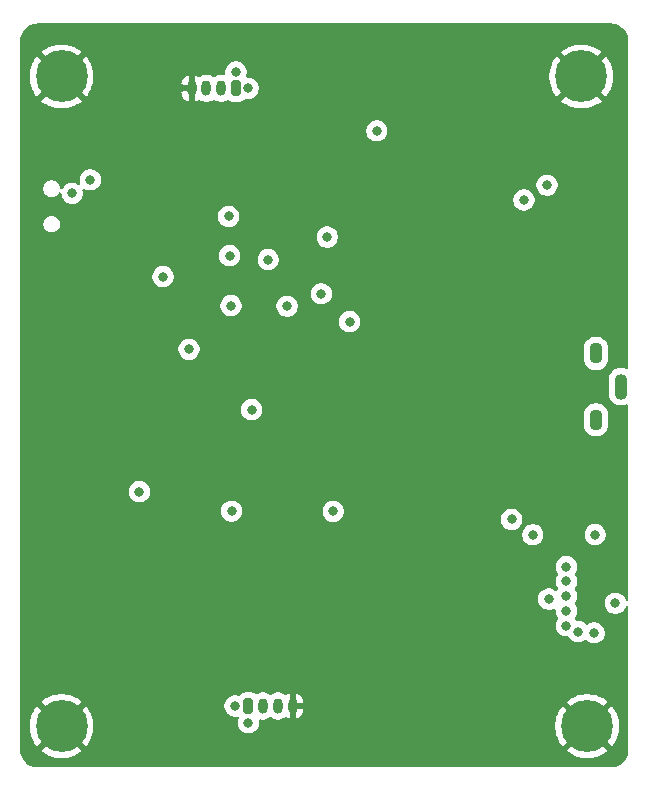
<source format=gbr>
%TF.GenerationSoftware,KiCad,Pcbnew,9.0.0*%
%TF.CreationDate,2025-03-16T21:38:05-04:00*%
%TF.ProjectId,STM32_Dev_Board,53544d33-325f-4446-9576-5f426f617264,rev?*%
%TF.SameCoordinates,Original*%
%TF.FileFunction,Copper,L2,Inr*%
%TF.FilePolarity,Positive*%
%FSLAX46Y46*%
G04 Gerber Fmt 4.6, Leading zero omitted, Abs format (unit mm)*
G04 Created by KiCad (PCBNEW 9.0.0) date 2025-03-16 21:38:05*
%MOMM*%
%LPD*%
G01*
G04 APERTURE LIST*
G04 Aperture macros list*
%AMRoundRect*
0 Rectangle with rounded corners*
0 $1 Rounding radius*
0 $2 $3 $4 $5 $6 $7 $8 $9 X,Y pos of 4 corners*
0 Add a 4 corners polygon primitive as box body*
4,1,4,$2,$3,$4,$5,$6,$7,$8,$9,$2,$3,0*
0 Add four circle primitives for the rounded corners*
1,1,$1+$1,$2,$3*
1,1,$1+$1,$4,$5*
1,1,$1+$1,$6,$7*
1,1,$1+$1,$8,$9*
0 Add four rect primitives between the rounded corners*
20,1,$1+$1,$2,$3,$4,$5,0*
20,1,$1+$1,$4,$5,$6,$7,0*
20,1,$1+$1,$6,$7,$8,$9,0*
20,1,$1+$1,$8,$9,$2,$3,0*%
G04 Aperture macros list end*
%TA.AperFunction,ComponentPad*%
%ADD10C,0.700000*%
%TD*%
%TA.AperFunction,ComponentPad*%
%ADD11C,4.400000*%
%TD*%
%TA.AperFunction,ComponentPad*%
%ADD12RoundRect,0.200000X-0.200000X-0.450000X0.200000X-0.450000X0.200000X0.450000X-0.200000X0.450000X0*%
%TD*%
%TA.AperFunction,ComponentPad*%
%ADD13O,0.800000X1.300000*%
%TD*%
%TA.AperFunction,HeatsinkPad*%
%ADD14O,1.100000X1.800000*%
%TD*%
%TA.AperFunction,HeatsinkPad*%
%ADD15O,1.100000X2.200000*%
%TD*%
%TA.AperFunction,ComponentPad*%
%ADD16RoundRect,0.200000X0.200000X0.450000X-0.200000X0.450000X-0.200000X-0.450000X0.200000X-0.450000X0*%
%TD*%
%TA.AperFunction,ViaPad*%
%ADD17C,0.800000*%
%TD*%
G04 APERTURE END LIST*
D10*
%TO.N,GND*%
%TO.C,H4*%
X161850000Y-142000000D03*
X162333274Y-140833274D03*
X162333274Y-143166726D03*
X163500000Y-140350000D03*
D11*
X163500000Y-142000000D03*
D10*
X163500000Y-143650000D03*
X164666726Y-140833274D03*
X164666726Y-143166726D03*
X165150000Y-142000000D03*
%TD*%
D12*
%TO.N,+3.3V*%
%TO.C,J4*%
X134825000Y-140300000D03*
D13*
%TO.N,Net-(J4-Pin_2)*%
X136075000Y-140300000D03*
%TO.N,Net-(J4-Pin_3)*%
X137325000Y-140300000D03*
%TO.N,GND*%
X138575000Y-140300000D03*
%TD*%
D10*
%TO.N,GND*%
%TO.C,H1*%
X117350000Y-142000000D03*
X117833274Y-140833274D03*
X117833274Y-143166726D03*
X119000000Y-140350000D03*
D11*
X119000000Y-142000000D03*
D10*
X119000000Y-143650000D03*
X120166726Y-140833274D03*
X120166726Y-143166726D03*
X120650000Y-142000000D03*
%TD*%
%TO.N,GND*%
%TO.C,H2*%
X161350000Y-87000000D03*
X161833274Y-85833274D03*
X161833274Y-88166726D03*
X163000000Y-85350000D03*
D11*
X163000000Y-87000000D03*
D10*
X163000000Y-88650000D03*
X164166726Y-85833274D03*
X164166726Y-88166726D03*
X164650000Y-87000000D03*
%TD*%
D14*
%TO.N,unconnected-(J2-Shield-Pad6)_1*%
%TO.C,J2*%
X164250000Y-116050000D03*
D15*
%TO.N,unconnected-(J2-Shield-Pad6)_2*%
X166400000Y-113250000D03*
D14*
%TO.N,unconnected-(J2-Shield-Pad6)*%
X164250000Y-110450000D03*
%TD*%
D16*
%TO.N,+3.3V*%
%TO.C,J3*%
X133775000Y-88000000D03*
D13*
%TO.N,Net-(J3-Pin_2)*%
X132525000Y-88000000D03*
%TO.N,Net-(J3-Pin_3)*%
X131275000Y-88000000D03*
%TO.N,GND*%
X130025000Y-88000000D03*
%TD*%
D10*
%TO.N,GND*%
%TO.C,H3*%
X117350000Y-87000000D03*
X117833274Y-85833274D03*
X117833274Y-88166726D03*
X119000000Y-85350000D03*
D11*
X119000000Y-87000000D03*
D10*
X119000000Y-88650000D03*
X120166726Y-85833274D03*
X120166726Y-88166726D03*
X120650000Y-87000000D03*
%TD*%
D17*
%TO.N,GND*%
X118825000Y-121775000D03*
X121500000Y-131000000D03*
X139700000Y-140300000D03*
X160100000Y-93700000D03*
X159500000Y-129100000D03*
X130900000Y-117750000D03*
X156025000Y-139675000D03*
X150700000Y-105300000D03*
X157600000Y-141000000D03*
X127025000Y-111225000D03*
X164800000Y-104300000D03*
X138200000Y-119700000D03*
X157800000Y-127200000D03*
X158800000Y-120200000D03*
X125850000Y-113000000D03*
X153250000Y-111900000D03*
X160100000Y-94900000D03*
X141775000Y-125375000D03*
X124275000Y-121775000D03*
X129000000Y-88000000D03*
X126050000Y-106200000D03*
X136300000Y-125375000D03*
X131700000Y-119675000D03*
X124400000Y-131000000D03*
X137675000Y-127800000D03*
X132200000Y-126600000D03*
X138675000Y-112750000D03*
X144950000Y-107700000D03*
X138575000Y-141675000D03*
X160100000Y-91150000D03*
X163000000Y-119400000D03*
X160400000Y-121500000D03*
X120000000Y-123000000D03*
X130025000Y-89425000D03*
X164175000Y-120575000D03*
X159075000Y-139675000D03*
X139050000Y-103900000D03*
X162900000Y-111950000D03*
X127025000Y-107025000D03*
X140275000Y-127775000D03*
X126025000Y-103925000D03*
X131700000Y-112225000D03*
X118150000Y-115150000D03*
X156100000Y-129100000D03*
X146000000Y-108750000D03*
X127300000Y-131000000D03*
X161800000Y-105400000D03*
X121250000Y-100250000D03*
X118100000Y-113000000D03*
X141550000Y-102150000D03*
X139050000Y-102350000D03*
X120300000Y-101100000D03*
%TO.N,+3.3V*%
X134800000Y-88000000D03*
X133150000Y-98850000D03*
X161750000Y-133500000D03*
X160100000Y-96200000D03*
X141500000Y-100600000D03*
X164100000Y-134100000D03*
X129800000Y-110100000D03*
X165900000Y-131600000D03*
X119900000Y-96900000D03*
X162750000Y-134000000D03*
X157100000Y-124500000D03*
X161750000Y-129750000D03*
X133700000Y-140300000D03*
X143400000Y-107750000D03*
X142000000Y-123825000D03*
X125600000Y-122150000D03*
X133775000Y-86600000D03*
X158900000Y-125800000D03*
X161750000Y-131000000D03*
X164187500Y-125787500D03*
X133400000Y-123800000D03*
X121450000Y-95750000D03*
X160250000Y-131250000D03*
X161750000Y-132250000D03*
X127600000Y-103950000D03*
X161750000Y-128500000D03*
X133237500Y-102175000D03*
X158150000Y-97450000D03*
X134825000Y-141725000D03*
%TO.N,I2C_SDA*%
X133350000Y-106400000D03*
X136500000Y-102500000D03*
%TO.N,SWO*%
X145700000Y-91600000D03*
X138100000Y-106450000D03*
%TO.N,NRST*%
X135100000Y-115200000D03*
X141000000Y-105400000D03*
%TD*%
%TA.AperFunction,Conductor*%
%TO.N,GND*%
G36*
X165504418Y-82500816D02*
G01*
X165704561Y-82515130D01*
X165722063Y-82517647D01*
X165913797Y-82559355D01*
X165930755Y-82564334D01*
X166114609Y-82632909D01*
X166130701Y-82640259D01*
X166302904Y-82734288D01*
X166317784Y-82743849D01*
X166474867Y-82861441D01*
X166488237Y-82873027D01*
X166626972Y-83011762D01*
X166638558Y-83025132D01*
X166756146Y-83182210D01*
X166765711Y-83197095D01*
X166859740Y-83369298D01*
X166867090Y-83385390D01*
X166935662Y-83569236D01*
X166940646Y-83586212D01*
X166982351Y-83777931D01*
X166984869Y-83795442D01*
X166999184Y-83995580D01*
X166999500Y-84004427D01*
X166999500Y-111625688D01*
X166979815Y-111692727D01*
X166927011Y-111738482D01*
X166857853Y-111748426D01*
X166828048Y-111740249D01*
X166706424Y-111689871D01*
X166706412Y-111689868D01*
X166503469Y-111649500D01*
X166503465Y-111649500D01*
X166296535Y-111649500D01*
X166296530Y-111649500D01*
X166093587Y-111689868D01*
X166093579Y-111689870D01*
X165902403Y-111769058D01*
X165730342Y-111884024D01*
X165584024Y-112030342D01*
X165469058Y-112202403D01*
X165389870Y-112393579D01*
X165389868Y-112393587D01*
X165349500Y-112596530D01*
X165349500Y-113903469D01*
X165389868Y-114106412D01*
X165389870Y-114106420D01*
X165469058Y-114297596D01*
X165584024Y-114469657D01*
X165730342Y-114615975D01*
X165730345Y-114615977D01*
X165902402Y-114730941D01*
X166093580Y-114810130D01*
X166296530Y-114850499D01*
X166296534Y-114850500D01*
X166296535Y-114850500D01*
X166503466Y-114850500D01*
X166503467Y-114850499D01*
X166706420Y-114810130D01*
X166828047Y-114759749D01*
X166897516Y-114752281D01*
X166959996Y-114783556D01*
X166995648Y-114843645D01*
X166999500Y-114874311D01*
X166999500Y-131277919D01*
X166979815Y-131344958D01*
X166927011Y-131390713D01*
X166857853Y-131400657D01*
X166794297Y-131371632D01*
X166760939Y-131325371D01*
X166698016Y-131173459D01*
X166698009Y-131173446D01*
X166599464Y-131025965D01*
X166599461Y-131025961D01*
X166474038Y-130900538D01*
X166474034Y-130900535D01*
X166326553Y-130801990D01*
X166326540Y-130801983D01*
X166162667Y-130734106D01*
X166162658Y-130734103D01*
X165988694Y-130699500D01*
X165988691Y-130699500D01*
X165811309Y-130699500D01*
X165811306Y-130699500D01*
X165637341Y-130734103D01*
X165637332Y-130734106D01*
X165473459Y-130801983D01*
X165473446Y-130801990D01*
X165325965Y-130900535D01*
X165325961Y-130900538D01*
X165200538Y-131025961D01*
X165200535Y-131025965D01*
X165101990Y-131173446D01*
X165101983Y-131173459D01*
X165034106Y-131337332D01*
X165034103Y-131337341D01*
X164999500Y-131511304D01*
X164999500Y-131688695D01*
X165034103Y-131862658D01*
X165034106Y-131862667D01*
X165101983Y-132026540D01*
X165101990Y-132026553D01*
X165200535Y-132174034D01*
X165200538Y-132174038D01*
X165325961Y-132299461D01*
X165325965Y-132299464D01*
X165473446Y-132398009D01*
X165473459Y-132398016D01*
X165596363Y-132448923D01*
X165637334Y-132465894D01*
X165637336Y-132465894D01*
X165637341Y-132465896D01*
X165811304Y-132500499D01*
X165811307Y-132500500D01*
X165811309Y-132500500D01*
X165988693Y-132500500D01*
X165988694Y-132500499D01*
X166046682Y-132488964D01*
X166162658Y-132465896D01*
X166162661Y-132465894D01*
X166162666Y-132465894D01*
X166326547Y-132398013D01*
X166474035Y-132299464D01*
X166599464Y-132174035D01*
X166698013Y-132026547D01*
X166698014Y-132026544D01*
X166698016Y-132026541D01*
X166760939Y-131874628D01*
X166804779Y-131820224D01*
X166871073Y-131798159D01*
X166938773Y-131815438D01*
X166986383Y-131866575D01*
X166999500Y-131922080D01*
X166999500Y-143995572D01*
X166999184Y-144004416D01*
X166999184Y-144004419D01*
X166984869Y-144204557D01*
X166982351Y-144222068D01*
X166940646Y-144413787D01*
X166935662Y-144430763D01*
X166867090Y-144614609D01*
X166859740Y-144630701D01*
X166765711Y-144802904D01*
X166756146Y-144817789D01*
X166638558Y-144974867D01*
X166626972Y-144988237D01*
X166488237Y-145126972D01*
X166474867Y-145138558D01*
X166317789Y-145256146D01*
X166302904Y-145265711D01*
X166130701Y-145359740D01*
X166114609Y-145367090D01*
X165930763Y-145435662D01*
X165913787Y-145440646D01*
X165722068Y-145482351D01*
X165704557Y-145484869D01*
X165523779Y-145497799D01*
X165504417Y-145499184D01*
X165495572Y-145499500D01*
X117004428Y-145499500D01*
X116995582Y-145499184D01*
X116973622Y-145497613D01*
X116795442Y-145484869D01*
X116777931Y-145482351D01*
X116586212Y-145440646D01*
X116569236Y-145435662D01*
X116385390Y-145367090D01*
X116369298Y-145359740D01*
X116197095Y-145265711D01*
X116182210Y-145256146D01*
X116025132Y-145138558D01*
X116011762Y-145126972D01*
X115873027Y-144988237D01*
X115861441Y-144974867D01*
X115743849Y-144817784D01*
X115734288Y-144802904D01*
X115640259Y-144630701D01*
X115632909Y-144614609D01*
X115626923Y-144598561D01*
X115564334Y-144430755D01*
X115559355Y-144413797D01*
X115517647Y-144222063D01*
X115515130Y-144204556D01*
X115511318Y-144151252D01*
X115500816Y-144004416D01*
X115500500Y-143995572D01*
X115500500Y-141848366D01*
X116300000Y-141848366D01*
X116300000Y-142151633D01*
X116333952Y-142452966D01*
X116333954Y-142452982D01*
X116401434Y-142748633D01*
X116401438Y-142748645D01*
X116501592Y-143034866D01*
X116501598Y-143034880D01*
X116633172Y-143308096D01*
X116794515Y-143564872D01*
X116921871Y-143724573D01*
X118063708Y-142582736D01*
X118160967Y-142716602D01*
X118283398Y-142839033D01*
X118417262Y-142936290D01*
X117275425Y-144078127D01*
X117435127Y-144205484D01*
X117691903Y-144366827D01*
X117965119Y-144498401D01*
X117965133Y-144498407D01*
X118251354Y-144598561D01*
X118251366Y-144598565D01*
X118547017Y-144666045D01*
X118547033Y-144666047D01*
X118848366Y-144699999D01*
X118848368Y-144700000D01*
X119151632Y-144700000D01*
X119151633Y-144699999D01*
X119452966Y-144666047D01*
X119452982Y-144666045D01*
X119748633Y-144598565D01*
X119748645Y-144598561D01*
X120034866Y-144498407D01*
X120034880Y-144498401D01*
X120308096Y-144366827D01*
X120564872Y-144205484D01*
X120724573Y-144078126D01*
X119582737Y-142936290D01*
X119716602Y-142839033D01*
X119839033Y-142716602D01*
X119936290Y-142582737D01*
X121078126Y-143724573D01*
X121205484Y-143564872D01*
X121366827Y-143308096D01*
X121498401Y-143034880D01*
X121498407Y-143034866D01*
X121598561Y-142748645D01*
X121598565Y-142748633D01*
X121666045Y-142452982D01*
X121666047Y-142452966D01*
X121699999Y-142151633D01*
X121700000Y-142151631D01*
X121700000Y-141848368D01*
X121699999Y-141848366D01*
X121666047Y-141547033D01*
X121666045Y-141547017D01*
X121598565Y-141251366D01*
X121598561Y-141251354D01*
X121498407Y-140965133D01*
X121498401Y-140965119D01*
X121366827Y-140691903D01*
X121205484Y-140435127D01*
X121083792Y-140282530D01*
X121083791Y-140282529D01*
X121078126Y-140275426D01*
X119936290Y-141417262D01*
X119839033Y-141283398D01*
X119716602Y-141160967D01*
X119582736Y-141063709D01*
X120435140Y-140211304D01*
X132799500Y-140211304D01*
X132799500Y-140388695D01*
X132834103Y-140562658D01*
X132834106Y-140562667D01*
X132901983Y-140726540D01*
X132901990Y-140726553D01*
X133000535Y-140874034D01*
X133000538Y-140874038D01*
X133125961Y-140999461D01*
X133125965Y-140999464D01*
X133273446Y-141098009D01*
X133273459Y-141098016D01*
X133336276Y-141124035D01*
X133437334Y-141165894D01*
X133437336Y-141165894D01*
X133437341Y-141165896D01*
X133611304Y-141200499D01*
X133611307Y-141200500D01*
X133611309Y-141200500D01*
X133788692Y-141200500D01*
X133808369Y-141196585D01*
X133865069Y-141185307D01*
X133934660Y-141191534D01*
X133989838Y-141234396D01*
X134013083Y-141300286D01*
X134003823Y-141354375D01*
X133959105Y-141462337D01*
X133959103Y-141462341D01*
X133924500Y-141636304D01*
X133924500Y-141813695D01*
X133959103Y-141987658D01*
X133959106Y-141987667D01*
X134026983Y-142151540D01*
X134026990Y-142151553D01*
X134125535Y-142299034D01*
X134125538Y-142299038D01*
X134250961Y-142424461D01*
X134250965Y-142424464D01*
X134398446Y-142523009D01*
X134398459Y-142523016D01*
X134521363Y-142573923D01*
X134562334Y-142590894D01*
X134562336Y-142590894D01*
X134562341Y-142590896D01*
X134736304Y-142625499D01*
X134736307Y-142625500D01*
X134736309Y-142625500D01*
X134913693Y-142625500D01*
X134913694Y-142625499D01*
X134971682Y-142613964D01*
X135087658Y-142590896D01*
X135087661Y-142590894D01*
X135087666Y-142590894D01*
X135251547Y-142523013D01*
X135399035Y-142424464D01*
X135524464Y-142299035D01*
X135623013Y-142151547D01*
X135690894Y-141987666D01*
X135718603Y-141848366D01*
X160800000Y-141848366D01*
X160800000Y-142151633D01*
X160833952Y-142452966D01*
X160833954Y-142452982D01*
X160901434Y-142748633D01*
X160901438Y-142748645D01*
X161001592Y-143034866D01*
X161001598Y-143034880D01*
X161133172Y-143308096D01*
X161294515Y-143564872D01*
X161421871Y-143724573D01*
X162563708Y-142582736D01*
X162660967Y-142716602D01*
X162783398Y-142839033D01*
X162917262Y-142936290D01*
X161775425Y-144078127D01*
X161935127Y-144205484D01*
X162191903Y-144366827D01*
X162465119Y-144498401D01*
X162465133Y-144498407D01*
X162751354Y-144598561D01*
X162751366Y-144598565D01*
X163047017Y-144666045D01*
X163047033Y-144666047D01*
X163348366Y-144699999D01*
X163348368Y-144700000D01*
X163651632Y-144700000D01*
X163651633Y-144699999D01*
X163952966Y-144666047D01*
X163952982Y-144666045D01*
X164248633Y-144598565D01*
X164248645Y-144598561D01*
X164534866Y-144498407D01*
X164534880Y-144498401D01*
X164808096Y-144366827D01*
X165064872Y-144205484D01*
X165224573Y-144078126D01*
X164082737Y-142936290D01*
X164216602Y-142839033D01*
X164339033Y-142716602D01*
X164436290Y-142582737D01*
X165578126Y-143724573D01*
X165705484Y-143564872D01*
X165866827Y-143308096D01*
X165998401Y-143034880D01*
X165998407Y-143034866D01*
X166098561Y-142748645D01*
X166098565Y-142748633D01*
X166166045Y-142452982D01*
X166166047Y-142452966D01*
X166199999Y-142151633D01*
X166200000Y-142151631D01*
X166200000Y-141848368D01*
X166199999Y-141848366D01*
X166166047Y-141547033D01*
X166166045Y-141547017D01*
X166098565Y-141251366D01*
X166098561Y-141251354D01*
X165998407Y-140965133D01*
X165998401Y-140965119D01*
X165866827Y-140691903D01*
X165705484Y-140435127D01*
X165578127Y-140275425D01*
X164436290Y-141417262D01*
X164339033Y-141283398D01*
X164216602Y-141160967D01*
X164082736Y-141063709D01*
X165224573Y-139921871D01*
X165064872Y-139794515D01*
X164808096Y-139633172D01*
X164534880Y-139501598D01*
X164534866Y-139501592D01*
X164248645Y-139401438D01*
X164248633Y-139401434D01*
X163952982Y-139333954D01*
X163952966Y-139333952D01*
X163651633Y-139300000D01*
X163348366Y-139300000D01*
X163047033Y-139333952D01*
X163047017Y-139333954D01*
X162751366Y-139401434D01*
X162751354Y-139401438D01*
X162465133Y-139501592D01*
X162465119Y-139501598D01*
X162191903Y-139633172D01*
X161935127Y-139794515D01*
X161775425Y-139921871D01*
X162917263Y-141063709D01*
X162783398Y-141160967D01*
X162660967Y-141283398D01*
X162563709Y-141417263D01*
X161421871Y-140275425D01*
X161294515Y-140435127D01*
X161133172Y-140691903D01*
X161001598Y-140965119D01*
X161001592Y-140965133D01*
X160901438Y-141251354D01*
X160901434Y-141251366D01*
X160833954Y-141547017D01*
X160833952Y-141547033D01*
X160800000Y-141848366D01*
X135718603Y-141848366D01*
X135725500Y-141813691D01*
X135725500Y-141636309D01*
X135725500Y-141636306D01*
X135712478Y-141570844D01*
X135718705Y-141501253D01*
X135761567Y-141446075D01*
X135827457Y-141422830D01*
X135858286Y-141425035D01*
X135986304Y-141450499D01*
X135986307Y-141450500D01*
X135986309Y-141450500D01*
X136163693Y-141450500D01*
X136163694Y-141450499D01*
X136221682Y-141438964D01*
X136337658Y-141415896D01*
X136337661Y-141415894D01*
X136337666Y-141415894D01*
X136501547Y-141348013D01*
X136631109Y-141261442D01*
X136697786Y-141240564D01*
X136765166Y-141259048D01*
X136768891Y-141261442D01*
X136898446Y-141348008D01*
X136898453Y-141348013D01*
X136898455Y-141348014D01*
X136898459Y-141348016D01*
X137021363Y-141398923D01*
X137062334Y-141415894D01*
X137062336Y-141415894D01*
X137062341Y-141415896D01*
X137236304Y-141450499D01*
X137236307Y-141450500D01*
X137236309Y-141450500D01*
X137413693Y-141450500D01*
X137413694Y-141450499D01*
X137471682Y-141438964D01*
X137587658Y-141415896D01*
X137587661Y-141415894D01*
X137587666Y-141415894D01*
X137751547Y-141348013D01*
X137751552Y-141348009D01*
X137751555Y-141348008D01*
X137825718Y-141298453D01*
X137881558Y-141261141D01*
X137948234Y-141240263D01*
X138015615Y-141258747D01*
X138019340Y-141261141D01*
X138148683Y-141347566D01*
X138148693Y-141347571D01*
X138312476Y-141415412D01*
X138312483Y-141415415D01*
X138325000Y-141417904D01*
X138325000Y-141417903D01*
X138825000Y-141417903D01*
X138837516Y-141415415D01*
X138837523Y-141415412D01*
X139001306Y-141347571D01*
X139001316Y-141347566D01*
X139148716Y-141249076D01*
X139148720Y-141249073D01*
X139274073Y-141123720D01*
X139274076Y-141123716D01*
X139372566Y-140976316D01*
X139372571Y-140976307D01*
X139440413Y-140812520D01*
X139440415Y-140812512D01*
X139474999Y-140638646D01*
X139475000Y-140638643D01*
X139475000Y-140550000D01*
X138825000Y-140550000D01*
X138825000Y-141417903D01*
X138325000Y-141417903D01*
X138325000Y-140349728D01*
X138363060Y-140441614D01*
X138433386Y-140511940D01*
X138525272Y-140550000D01*
X138624728Y-140550000D01*
X138716614Y-140511940D01*
X138786940Y-140441614D01*
X138825000Y-140349728D01*
X138825000Y-140250272D01*
X138786940Y-140158386D01*
X138716614Y-140088060D01*
X138624728Y-140050000D01*
X138825000Y-140050000D01*
X139475000Y-140050000D01*
X139475000Y-139961357D01*
X139474999Y-139961353D01*
X139440415Y-139787487D01*
X139440413Y-139787479D01*
X139372571Y-139623692D01*
X139372566Y-139623683D01*
X139274076Y-139476283D01*
X139274073Y-139476279D01*
X139148720Y-139350926D01*
X139148716Y-139350923D01*
X139001316Y-139252433D01*
X139001307Y-139252428D01*
X138837519Y-139184585D01*
X138825000Y-139182094D01*
X138825000Y-140050000D01*
X138624728Y-140050000D01*
X138525272Y-140050000D01*
X138433386Y-140088060D01*
X138363060Y-140158386D01*
X138325000Y-140250272D01*
X138325000Y-139182095D01*
X138324999Y-139182094D01*
X138312480Y-139184585D01*
X138148692Y-139252428D01*
X138148683Y-139252433D01*
X138019340Y-139338858D01*
X137952662Y-139359736D01*
X137885282Y-139341251D01*
X137881558Y-139338858D01*
X137751552Y-139251990D01*
X137751540Y-139251983D01*
X137587667Y-139184106D01*
X137587658Y-139184103D01*
X137413694Y-139149500D01*
X137413691Y-139149500D01*
X137236309Y-139149500D01*
X137236306Y-139149500D01*
X137062341Y-139184103D01*
X137062332Y-139184106D01*
X136898459Y-139251983D01*
X136898446Y-139251990D01*
X136768891Y-139338557D01*
X136702213Y-139359435D01*
X136634833Y-139340950D01*
X136631109Y-139338557D01*
X136501553Y-139251990D01*
X136501540Y-139251983D01*
X136337667Y-139184106D01*
X136337658Y-139184103D01*
X136163694Y-139149500D01*
X136163691Y-139149500D01*
X135986309Y-139149500D01*
X135986306Y-139149500D01*
X135812341Y-139184103D01*
X135812332Y-139184106D01*
X135648460Y-139251983D01*
X135648449Y-139251989D01*
X135591162Y-139290267D01*
X135524484Y-139311144D01*
X135458122Y-139293281D01*
X135314606Y-139206522D01*
X135236212Y-139182094D01*
X135152196Y-139155914D01*
X135152194Y-139155913D01*
X135152192Y-139155913D01*
X135102778Y-139151423D01*
X135081616Y-139149500D01*
X134568384Y-139149500D01*
X134549145Y-139151248D01*
X134497807Y-139155913D01*
X134335393Y-139206522D01*
X134189813Y-139294529D01*
X134082408Y-139401934D01*
X134021085Y-139435418D01*
X133969032Y-139433324D01*
X133968641Y-139435294D01*
X133788694Y-139399500D01*
X133788691Y-139399500D01*
X133611309Y-139399500D01*
X133611306Y-139399500D01*
X133437341Y-139434103D01*
X133437332Y-139434106D01*
X133273459Y-139501983D01*
X133273446Y-139501990D01*
X133125965Y-139600535D01*
X133125961Y-139600538D01*
X133000538Y-139725961D01*
X133000535Y-139725965D01*
X132901990Y-139873446D01*
X132901983Y-139873459D01*
X132834106Y-140037332D01*
X132834103Y-140037341D01*
X132799500Y-140211304D01*
X120435140Y-140211304D01*
X120724573Y-139921871D01*
X120564872Y-139794515D01*
X120308096Y-139633172D01*
X120034880Y-139501598D01*
X120034866Y-139501592D01*
X119748645Y-139401438D01*
X119748633Y-139401434D01*
X119452982Y-139333954D01*
X119452966Y-139333952D01*
X119151633Y-139300000D01*
X118848366Y-139300000D01*
X118547033Y-139333952D01*
X118547017Y-139333954D01*
X118251366Y-139401434D01*
X118251354Y-139401438D01*
X117965133Y-139501592D01*
X117965119Y-139501598D01*
X117691903Y-139633172D01*
X117435127Y-139794515D01*
X117275425Y-139921871D01*
X118417263Y-141063709D01*
X118283398Y-141160967D01*
X118160967Y-141283398D01*
X118063709Y-141417263D01*
X116921871Y-140275425D01*
X116794515Y-140435127D01*
X116633172Y-140691903D01*
X116501598Y-140965119D01*
X116501592Y-140965133D01*
X116401438Y-141251354D01*
X116401434Y-141251366D01*
X116333954Y-141547017D01*
X116333952Y-141547033D01*
X116300000Y-141848366D01*
X115500500Y-141848366D01*
X115500500Y-131161304D01*
X159349500Y-131161304D01*
X159349500Y-131338695D01*
X159384103Y-131512658D01*
X159384106Y-131512667D01*
X159451983Y-131676540D01*
X159451990Y-131676553D01*
X159550535Y-131824034D01*
X159550538Y-131824038D01*
X159675961Y-131949461D01*
X159675965Y-131949464D01*
X159823446Y-132048009D01*
X159823459Y-132048016D01*
X159946363Y-132098923D01*
X159987334Y-132115894D01*
X159987336Y-132115894D01*
X159987341Y-132115896D01*
X160161304Y-132150499D01*
X160161307Y-132150500D01*
X160161309Y-132150500D01*
X160338693Y-132150500D01*
X160338694Y-132150499D01*
X160435286Y-132131286D01*
X160512658Y-132115896D01*
X160512661Y-132115894D01*
X160512666Y-132115894D01*
X160676547Y-132048013D01*
X160676548Y-132048012D01*
X160678048Y-132047391D01*
X160747517Y-132039922D01*
X160809996Y-132071197D01*
X160845648Y-132131286D01*
X160849500Y-132161952D01*
X160849500Y-132338695D01*
X160884103Y-132512658D01*
X160884106Y-132512667D01*
X160951983Y-132676540D01*
X160951990Y-132676553D01*
X161038557Y-132806109D01*
X161059435Y-132872787D01*
X161040950Y-132940167D01*
X161038557Y-132943891D01*
X160951990Y-133073446D01*
X160951983Y-133073459D01*
X160884106Y-133237332D01*
X160884103Y-133237341D01*
X160849500Y-133411304D01*
X160849500Y-133588695D01*
X160884103Y-133762658D01*
X160884106Y-133762667D01*
X160951983Y-133926540D01*
X160951990Y-133926553D01*
X161050535Y-134074034D01*
X161050538Y-134074038D01*
X161175961Y-134199461D01*
X161175965Y-134199464D01*
X161323446Y-134298009D01*
X161323459Y-134298016D01*
X161446363Y-134348923D01*
X161487334Y-134365894D01*
X161487336Y-134365894D01*
X161487341Y-134365896D01*
X161661304Y-134400499D01*
X161661307Y-134400500D01*
X161661309Y-134400500D01*
X161838693Y-134400500D01*
X161842066Y-134399829D01*
X161843869Y-134399990D01*
X161844756Y-134399903D01*
X161844772Y-134400071D01*
X161911658Y-134406053D01*
X161966837Y-134448914D01*
X161969364Y-134452554D01*
X162050535Y-134574034D01*
X162050538Y-134574038D01*
X162175961Y-134699461D01*
X162175965Y-134699464D01*
X162323446Y-134798009D01*
X162323459Y-134798016D01*
X162446363Y-134848923D01*
X162487334Y-134865894D01*
X162487336Y-134865894D01*
X162487341Y-134865896D01*
X162661304Y-134900499D01*
X162661307Y-134900500D01*
X162661309Y-134900500D01*
X162838693Y-134900500D01*
X162838694Y-134900499D01*
X162896682Y-134888964D01*
X163012658Y-134865896D01*
X163012661Y-134865894D01*
X163012666Y-134865894D01*
X163176547Y-134798013D01*
X163300524Y-134715173D01*
X163367200Y-134694296D01*
X163434580Y-134712780D01*
X163457095Y-134730595D01*
X163525961Y-134799461D01*
X163525965Y-134799464D01*
X163673446Y-134898009D01*
X163673459Y-134898016D01*
X163796363Y-134948923D01*
X163837334Y-134965894D01*
X163837336Y-134965894D01*
X163837341Y-134965896D01*
X164011304Y-135000499D01*
X164011307Y-135000500D01*
X164011309Y-135000500D01*
X164188693Y-135000500D01*
X164188694Y-135000499D01*
X164246682Y-134988964D01*
X164362658Y-134965896D01*
X164362661Y-134965894D01*
X164362666Y-134965894D01*
X164526547Y-134898013D01*
X164674035Y-134799464D01*
X164799464Y-134674035D01*
X164898013Y-134526547D01*
X164965894Y-134362666D01*
X164978755Y-134298013D01*
X165000499Y-134188695D01*
X165000500Y-134188693D01*
X165000500Y-134011306D01*
X165000499Y-134011304D01*
X164965896Y-133837341D01*
X164965893Y-133837332D01*
X164898016Y-133673459D01*
X164898009Y-133673446D01*
X164799464Y-133525965D01*
X164799461Y-133525961D01*
X164674038Y-133400538D01*
X164674034Y-133400535D01*
X164526553Y-133301990D01*
X164526540Y-133301983D01*
X164362667Y-133234106D01*
X164362658Y-133234103D01*
X164188694Y-133199500D01*
X164188691Y-133199500D01*
X164011309Y-133199500D01*
X164011306Y-133199500D01*
X163837341Y-133234103D01*
X163837332Y-133234106D01*
X163673459Y-133301983D01*
X163673446Y-133301990D01*
X163549476Y-133384825D01*
X163482798Y-133405703D01*
X163415418Y-133387218D01*
X163392904Y-133369404D01*
X163324038Y-133300538D01*
X163324034Y-133300535D01*
X163176553Y-133201990D01*
X163176540Y-133201983D01*
X163012667Y-133134106D01*
X163012658Y-133134103D01*
X162838694Y-133099500D01*
X162838691Y-133099500D01*
X162661309Y-133099500D01*
X162661303Y-133099500D01*
X162657915Y-133100174D01*
X162656107Y-133100012D01*
X162655245Y-133100097D01*
X162655228Y-133099933D01*
X162638009Y-133098390D01*
X162618284Y-133101587D01*
X162603924Y-133095336D01*
X162588324Y-133093939D01*
X162572544Y-133081677D01*
X162554220Y-133073702D01*
X162535598Y-133052971D01*
X162533152Y-133051070D01*
X162530635Y-133047445D01*
X162461442Y-132943891D01*
X162440564Y-132877214D01*
X162459048Y-132809833D01*
X162461442Y-132806109D01*
X162477352Y-132782296D01*
X162548013Y-132676547D01*
X162615894Y-132512666D01*
X162618315Y-132500499D01*
X162650499Y-132338695D01*
X162650500Y-132338693D01*
X162650500Y-132161306D01*
X162650499Y-132161304D01*
X162615896Y-131987341D01*
X162615893Y-131987332D01*
X162548016Y-131823459D01*
X162548014Y-131823455D01*
X162548013Y-131823453D01*
X162461442Y-131693891D01*
X162440564Y-131627214D01*
X162459048Y-131559834D01*
X162461442Y-131556109D01*
X162491380Y-131511304D01*
X162548013Y-131426547D01*
X162615894Y-131262666D01*
X162633639Y-131173459D01*
X162650499Y-131088695D01*
X162650500Y-131088693D01*
X162650500Y-130911306D01*
X162650499Y-130911304D01*
X162615896Y-130737341D01*
X162615893Y-130737332D01*
X162548016Y-130573459D01*
X162548014Y-130573455D01*
X162548013Y-130573453D01*
X162508029Y-130513613D01*
X162461442Y-130443891D01*
X162440564Y-130377214D01*
X162459048Y-130309834D01*
X162461442Y-130306109D01*
X162477352Y-130282296D01*
X162548013Y-130176547D01*
X162615894Y-130012666D01*
X162650500Y-129838691D01*
X162650500Y-129661309D01*
X162650500Y-129661306D01*
X162650499Y-129661304D01*
X162615896Y-129487341D01*
X162615893Y-129487332D01*
X162548016Y-129323459D01*
X162548014Y-129323455D01*
X162548013Y-129323453D01*
X162461442Y-129193891D01*
X162440564Y-129127214D01*
X162459048Y-129059834D01*
X162461442Y-129056109D01*
X162477352Y-129032296D01*
X162548013Y-128926547D01*
X162615894Y-128762666D01*
X162650500Y-128588691D01*
X162650500Y-128411309D01*
X162650500Y-128411306D01*
X162650499Y-128411304D01*
X162615896Y-128237341D01*
X162615893Y-128237332D01*
X162548016Y-128073459D01*
X162548009Y-128073446D01*
X162449464Y-127925965D01*
X162449461Y-127925961D01*
X162324038Y-127800538D01*
X162324034Y-127800535D01*
X162176553Y-127701990D01*
X162176540Y-127701983D01*
X162012667Y-127634106D01*
X162012658Y-127634103D01*
X161838694Y-127599500D01*
X161838691Y-127599500D01*
X161661309Y-127599500D01*
X161661306Y-127599500D01*
X161487341Y-127634103D01*
X161487332Y-127634106D01*
X161323459Y-127701983D01*
X161323446Y-127701990D01*
X161175965Y-127800535D01*
X161175961Y-127800538D01*
X161050538Y-127925961D01*
X161050535Y-127925965D01*
X160951990Y-128073446D01*
X160951983Y-128073459D01*
X160884106Y-128237332D01*
X160884103Y-128237341D01*
X160849500Y-128411304D01*
X160849500Y-128588695D01*
X160884103Y-128762658D01*
X160884106Y-128762667D01*
X160951983Y-128926540D01*
X160951990Y-128926553D01*
X161038557Y-129056109D01*
X161059435Y-129122787D01*
X161040950Y-129190167D01*
X161038557Y-129193891D01*
X160951990Y-129323446D01*
X160951983Y-129323459D01*
X160884106Y-129487332D01*
X160884103Y-129487341D01*
X160849500Y-129661304D01*
X160849500Y-129838695D01*
X160884103Y-130012658D01*
X160884106Y-130012667D01*
X160951983Y-130176540D01*
X160951990Y-130176553D01*
X161038557Y-130306109D01*
X161044530Y-130325186D01*
X161055037Y-130342195D01*
X161054757Y-130357848D01*
X161059435Y-130372787D01*
X161054146Y-130392062D01*
X161053790Y-130412053D01*
X161041771Y-130437172D01*
X161040950Y-130440167D01*
X161038557Y-130443891D01*
X160991970Y-130513613D01*
X160938358Y-130558418D01*
X160869033Y-130567125D01*
X160819977Y-130547824D01*
X160676553Y-130451990D01*
X160676540Y-130451983D01*
X160512667Y-130384106D01*
X160512658Y-130384103D01*
X160338694Y-130349500D01*
X160338691Y-130349500D01*
X160161309Y-130349500D01*
X160161306Y-130349500D01*
X159987341Y-130384103D01*
X159987332Y-130384106D01*
X159823459Y-130451983D01*
X159823446Y-130451990D01*
X159675965Y-130550535D01*
X159675961Y-130550538D01*
X159550538Y-130675961D01*
X159550535Y-130675965D01*
X159451990Y-130823446D01*
X159451983Y-130823459D01*
X159384106Y-130987332D01*
X159384103Y-130987341D01*
X159349500Y-131161304D01*
X115500500Y-131161304D01*
X115500500Y-125711304D01*
X157999500Y-125711304D01*
X157999500Y-125888695D01*
X158034103Y-126062658D01*
X158034106Y-126062667D01*
X158101983Y-126226540D01*
X158101990Y-126226553D01*
X158200535Y-126374034D01*
X158200538Y-126374038D01*
X158325961Y-126499461D01*
X158325965Y-126499464D01*
X158473446Y-126598009D01*
X158473459Y-126598016D01*
X158596363Y-126648923D01*
X158637334Y-126665894D01*
X158637336Y-126665894D01*
X158637341Y-126665896D01*
X158811304Y-126700499D01*
X158811307Y-126700500D01*
X158811309Y-126700500D01*
X158988693Y-126700500D01*
X158988694Y-126700499D01*
X159051537Y-126687999D01*
X159162658Y-126665896D01*
X159162661Y-126665894D01*
X159162666Y-126665894D01*
X159326547Y-126598013D01*
X159474035Y-126499464D01*
X159599464Y-126374035D01*
X159698013Y-126226547D01*
X159765894Y-126062666D01*
X159768381Y-126050167D01*
X159800499Y-125888695D01*
X159800500Y-125888693D01*
X159800500Y-125711307D01*
X159798013Y-125698804D01*
X163287000Y-125698804D01*
X163287000Y-125876195D01*
X163321603Y-126050158D01*
X163321606Y-126050167D01*
X163389483Y-126214040D01*
X163389490Y-126214053D01*
X163488035Y-126361534D01*
X163488038Y-126361538D01*
X163613461Y-126486961D01*
X163613465Y-126486964D01*
X163760946Y-126585509D01*
X163760959Y-126585516D01*
X163883863Y-126636423D01*
X163924834Y-126653394D01*
X163924836Y-126653394D01*
X163924841Y-126653396D01*
X164098804Y-126687999D01*
X164098807Y-126688000D01*
X164098809Y-126688000D01*
X164276193Y-126688000D01*
X164276194Y-126687999D01*
X164334182Y-126676464D01*
X164450158Y-126653396D01*
X164450161Y-126653394D01*
X164450166Y-126653394D01*
X164614047Y-126585513D01*
X164761535Y-126486964D01*
X164886964Y-126361535D01*
X164985513Y-126214047D01*
X165053394Y-126050166D01*
X165088000Y-125876191D01*
X165088000Y-125698809D01*
X165088000Y-125698806D01*
X165087999Y-125698804D01*
X165053396Y-125524841D01*
X165053393Y-125524832D01*
X164985516Y-125360959D01*
X164985509Y-125360946D01*
X164886964Y-125213465D01*
X164886961Y-125213461D01*
X164761538Y-125088038D01*
X164761534Y-125088035D01*
X164614053Y-124989490D01*
X164614040Y-124989483D01*
X164450167Y-124921606D01*
X164450158Y-124921603D01*
X164276194Y-124887000D01*
X164276191Y-124887000D01*
X164098809Y-124887000D01*
X164098806Y-124887000D01*
X163924841Y-124921603D01*
X163924832Y-124921606D01*
X163760959Y-124989483D01*
X163760946Y-124989490D01*
X163613465Y-125088035D01*
X163613461Y-125088038D01*
X163488038Y-125213461D01*
X163488035Y-125213465D01*
X163389490Y-125360946D01*
X163389483Y-125360959D01*
X163321606Y-125524832D01*
X163321603Y-125524841D01*
X163287000Y-125698804D01*
X159798013Y-125698804D01*
X159765896Y-125537341D01*
X159765893Y-125537332D01*
X159760715Y-125524832D01*
X159748923Y-125496363D01*
X159698016Y-125373459D01*
X159698009Y-125373446D01*
X159599464Y-125225965D01*
X159599461Y-125225961D01*
X159474038Y-125100538D01*
X159474034Y-125100535D01*
X159326553Y-125001990D01*
X159326540Y-125001983D01*
X159162667Y-124934106D01*
X159162658Y-124934103D01*
X158988694Y-124899500D01*
X158988691Y-124899500D01*
X158811309Y-124899500D01*
X158811306Y-124899500D01*
X158637341Y-124934103D01*
X158637332Y-124934106D01*
X158473459Y-125001983D01*
X158473446Y-125001990D01*
X158325965Y-125100535D01*
X158325961Y-125100538D01*
X158200538Y-125225961D01*
X158200535Y-125225965D01*
X158101990Y-125373446D01*
X158101983Y-125373459D01*
X158034106Y-125537332D01*
X158034103Y-125537341D01*
X157999500Y-125711304D01*
X115500500Y-125711304D01*
X115500500Y-123711304D01*
X132499500Y-123711304D01*
X132499500Y-123888695D01*
X132534103Y-124062658D01*
X132534106Y-124062667D01*
X132601983Y-124226540D01*
X132601990Y-124226553D01*
X132700535Y-124374034D01*
X132700538Y-124374038D01*
X132825961Y-124499461D01*
X132825965Y-124499464D01*
X132973446Y-124598009D01*
X132973459Y-124598016D01*
X133033816Y-124623016D01*
X133137334Y-124665894D01*
X133137336Y-124665894D01*
X133137341Y-124665896D01*
X133311304Y-124700499D01*
X133311307Y-124700500D01*
X133311309Y-124700500D01*
X133488693Y-124700500D01*
X133488694Y-124700499D01*
X133546682Y-124688964D01*
X133662658Y-124665896D01*
X133662661Y-124665894D01*
X133662666Y-124665894D01*
X133826547Y-124598013D01*
X133974035Y-124499464D01*
X134099464Y-124374035D01*
X134198013Y-124226547D01*
X134265894Y-124062666D01*
X134300500Y-123888691D01*
X134300500Y-123736304D01*
X141099500Y-123736304D01*
X141099500Y-123913695D01*
X141134103Y-124087658D01*
X141134106Y-124087667D01*
X141201983Y-124251540D01*
X141201990Y-124251553D01*
X141300535Y-124399034D01*
X141300538Y-124399038D01*
X141425961Y-124524461D01*
X141425965Y-124524464D01*
X141573446Y-124623009D01*
X141573459Y-124623016D01*
X141676978Y-124665894D01*
X141737334Y-124690894D01*
X141737336Y-124690894D01*
X141737341Y-124690896D01*
X141911304Y-124725499D01*
X141911307Y-124725500D01*
X141911309Y-124725500D01*
X142088693Y-124725500D01*
X142088694Y-124725499D01*
X142146682Y-124713964D01*
X142262658Y-124690896D01*
X142262661Y-124690894D01*
X142262666Y-124690894D01*
X142426547Y-124623013D01*
X142574035Y-124524464D01*
X142687195Y-124411304D01*
X156199500Y-124411304D01*
X156199500Y-124588695D01*
X156234103Y-124762658D01*
X156234106Y-124762667D01*
X156301983Y-124926540D01*
X156301990Y-124926553D01*
X156400535Y-125074034D01*
X156400538Y-125074038D01*
X156525961Y-125199461D01*
X156525965Y-125199464D01*
X156673446Y-125298009D01*
X156673459Y-125298016D01*
X156796363Y-125348923D01*
X156837334Y-125365894D01*
X156837336Y-125365894D01*
X156837341Y-125365896D01*
X157011304Y-125400499D01*
X157011307Y-125400500D01*
X157011309Y-125400500D01*
X157188693Y-125400500D01*
X157188694Y-125400499D01*
X157246682Y-125388964D01*
X157362658Y-125365896D01*
X157362661Y-125365894D01*
X157362666Y-125365894D01*
X157526547Y-125298013D01*
X157674035Y-125199464D01*
X157799464Y-125074035D01*
X157898013Y-124926547D01*
X157965894Y-124762666D01*
X157980171Y-124690894D01*
X157998646Y-124598013D01*
X158000500Y-124588691D01*
X158000500Y-124411309D01*
X158000500Y-124411306D01*
X158000499Y-124411304D01*
X157965896Y-124237341D01*
X157965893Y-124237332D01*
X157898016Y-124073459D01*
X157898009Y-124073446D01*
X157799464Y-123925965D01*
X157799461Y-123925961D01*
X157674038Y-123800538D01*
X157674034Y-123800535D01*
X157526553Y-123701990D01*
X157526540Y-123701983D01*
X157362667Y-123634106D01*
X157362658Y-123634103D01*
X157188694Y-123599500D01*
X157188691Y-123599500D01*
X157011309Y-123599500D01*
X157011306Y-123599500D01*
X156837341Y-123634103D01*
X156837332Y-123634106D01*
X156673459Y-123701983D01*
X156673446Y-123701990D01*
X156525965Y-123800535D01*
X156525961Y-123800538D01*
X156400538Y-123925961D01*
X156400535Y-123925965D01*
X156301990Y-124073446D01*
X156301983Y-124073459D01*
X156234106Y-124237332D01*
X156234103Y-124237341D01*
X156199500Y-124411304D01*
X142687195Y-124411304D01*
X142699464Y-124399035D01*
X142798013Y-124251547D01*
X142865894Y-124087666D01*
X142868722Y-124073453D01*
X142888964Y-123971682D01*
X142900500Y-123913691D01*
X142900500Y-123736309D01*
X142900500Y-123736306D01*
X142900499Y-123736304D01*
X142865896Y-123562341D01*
X142865893Y-123562332D01*
X142798016Y-123398459D01*
X142798009Y-123398446D01*
X142699464Y-123250965D01*
X142699461Y-123250961D01*
X142574038Y-123125538D01*
X142574034Y-123125535D01*
X142426553Y-123026990D01*
X142426540Y-123026983D01*
X142262667Y-122959106D01*
X142262658Y-122959103D01*
X142088694Y-122924500D01*
X142088691Y-122924500D01*
X141911309Y-122924500D01*
X141911306Y-122924500D01*
X141737341Y-122959103D01*
X141737332Y-122959106D01*
X141573459Y-123026983D01*
X141573446Y-123026990D01*
X141425965Y-123125535D01*
X141425961Y-123125538D01*
X141300538Y-123250961D01*
X141300535Y-123250965D01*
X141201990Y-123398446D01*
X141201983Y-123398459D01*
X141134106Y-123562332D01*
X141134103Y-123562341D01*
X141099500Y-123736304D01*
X134300500Y-123736304D01*
X134300500Y-123711309D01*
X134300500Y-123711306D01*
X134300499Y-123711304D01*
X134265896Y-123537341D01*
X134265893Y-123537332D01*
X134198016Y-123373459D01*
X134198009Y-123373446D01*
X134099464Y-123225965D01*
X134099461Y-123225961D01*
X133974038Y-123100538D01*
X133974034Y-123100535D01*
X133826553Y-123001990D01*
X133826540Y-123001983D01*
X133662667Y-122934106D01*
X133662658Y-122934103D01*
X133488694Y-122899500D01*
X133488691Y-122899500D01*
X133311309Y-122899500D01*
X133311306Y-122899500D01*
X133137341Y-122934103D01*
X133137332Y-122934106D01*
X132973459Y-123001983D01*
X132973446Y-123001990D01*
X132825965Y-123100535D01*
X132825961Y-123100538D01*
X132700538Y-123225961D01*
X132700535Y-123225965D01*
X132601990Y-123373446D01*
X132601983Y-123373459D01*
X132534106Y-123537332D01*
X132534103Y-123537341D01*
X132499500Y-123711304D01*
X115500500Y-123711304D01*
X115500500Y-122061304D01*
X124699500Y-122061304D01*
X124699500Y-122238695D01*
X124734103Y-122412658D01*
X124734106Y-122412667D01*
X124801983Y-122576540D01*
X124801990Y-122576553D01*
X124900535Y-122724034D01*
X124900538Y-122724038D01*
X125025961Y-122849461D01*
X125025965Y-122849464D01*
X125173446Y-122948009D01*
X125173459Y-122948016D01*
X125296363Y-122998923D01*
X125337334Y-123015894D01*
X125337336Y-123015894D01*
X125337341Y-123015896D01*
X125511304Y-123050499D01*
X125511307Y-123050500D01*
X125511309Y-123050500D01*
X125688693Y-123050500D01*
X125688694Y-123050499D01*
X125746682Y-123038964D01*
X125862658Y-123015896D01*
X125862661Y-123015894D01*
X125862666Y-123015894D01*
X126026547Y-122948013D01*
X126174035Y-122849464D01*
X126299464Y-122724035D01*
X126398013Y-122576547D01*
X126465894Y-122412666D01*
X126500500Y-122238691D01*
X126500500Y-122061309D01*
X126500500Y-122061306D01*
X126500499Y-122061304D01*
X126465896Y-121887341D01*
X126465893Y-121887332D01*
X126398016Y-121723459D01*
X126398009Y-121723446D01*
X126299464Y-121575965D01*
X126299461Y-121575961D01*
X126174038Y-121450538D01*
X126174034Y-121450535D01*
X126026553Y-121351990D01*
X126026540Y-121351983D01*
X125862667Y-121284106D01*
X125862658Y-121284103D01*
X125688694Y-121249500D01*
X125688691Y-121249500D01*
X125511309Y-121249500D01*
X125511306Y-121249500D01*
X125337341Y-121284103D01*
X125337332Y-121284106D01*
X125173459Y-121351983D01*
X125173446Y-121351990D01*
X125025965Y-121450535D01*
X125025961Y-121450538D01*
X124900538Y-121575961D01*
X124900535Y-121575965D01*
X124801990Y-121723446D01*
X124801983Y-121723459D01*
X124734106Y-121887332D01*
X124734103Y-121887341D01*
X124699500Y-122061304D01*
X115500500Y-122061304D01*
X115500500Y-115111304D01*
X134199500Y-115111304D01*
X134199500Y-115288695D01*
X134234103Y-115462658D01*
X134234106Y-115462667D01*
X134301983Y-115626540D01*
X134301990Y-115626553D01*
X134400535Y-115774034D01*
X134400538Y-115774038D01*
X134525961Y-115899461D01*
X134525965Y-115899464D01*
X134673446Y-115998009D01*
X134673459Y-115998016D01*
X134796363Y-116048923D01*
X134837334Y-116065894D01*
X134837336Y-116065894D01*
X134837341Y-116065896D01*
X135011304Y-116100499D01*
X135011307Y-116100500D01*
X135011309Y-116100500D01*
X135188693Y-116100500D01*
X135188694Y-116100499D01*
X135246682Y-116088964D01*
X135362658Y-116065896D01*
X135362661Y-116065894D01*
X135362666Y-116065894D01*
X135526547Y-115998013D01*
X135674035Y-115899464D01*
X135799464Y-115774035D01*
X135898013Y-115626547D01*
X135910445Y-115596534D01*
X135910447Y-115596530D01*
X163199500Y-115596530D01*
X163199500Y-116503469D01*
X163239868Y-116706412D01*
X163239870Y-116706420D01*
X163319058Y-116897596D01*
X163434024Y-117069657D01*
X163580342Y-117215975D01*
X163580345Y-117215977D01*
X163752402Y-117330941D01*
X163943580Y-117410130D01*
X164146530Y-117450499D01*
X164146534Y-117450500D01*
X164146535Y-117450500D01*
X164353466Y-117450500D01*
X164353467Y-117450499D01*
X164556420Y-117410130D01*
X164747598Y-117330941D01*
X164919655Y-117215977D01*
X165065977Y-117069655D01*
X165180941Y-116897598D01*
X165260130Y-116706420D01*
X165300500Y-116503465D01*
X165300500Y-115596535D01*
X165260130Y-115393580D01*
X165180941Y-115202402D01*
X165065977Y-115030345D01*
X165065975Y-115030342D01*
X164919657Y-114884024D01*
X164809067Y-114810131D01*
X164747598Y-114769059D01*
X164725124Y-114759750D01*
X164556420Y-114689870D01*
X164556412Y-114689868D01*
X164353469Y-114649500D01*
X164353465Y-114649500D01*
X164146535Y-114649500D01*
X164146530Y-114649500D01*
X163943587Y-114689868D01*
X163943579Y-114689870D01*
X163752403Y-114769058D01*
X163580342Y-114884024D01*
X163434024Y-115030342D01*
X163319058Y-115202403D01*
X163239870Y-115393579D01*
X163239868Y-115393587D01*
X163199500Y-115596530D01*
X135910447Y-115596530D01*
X135932623Y-115542991D01*
X135944959Y-115513207D01*
X135965894Y-115462666D01*
X135979637Y-115393579D01*
X136000499Y-115288695D01*
X136000500Y-115288693D01*
X136000500Y-115111306D01*
X136000499Y-115111304D01*
X135965896Y-114937341D01*
X135965893Y-114937332D01*
X135898016Y-114773459D01*
X135898009Y-114773446D01*
X135799464Y-114625965D01*
X135799461Y-114625961D01*
X135674038Y-114500538D01*
X135674034Y-114500535D01*
X135526553Y-114401990D01*
X135526540Y-114401983D01*
X135362667Y-114334106D01*
X135362658Y-114334103D01*
X135188694Y-114299500D01*
X135188691Y-114299500D01*
X135011309Y-114299500D01*
X135011306Y-114299500D01*
X134837341Y-114334103D01*
X134837332Y-114334106D01*
X134673459Y-114401983D01*
X134673446Y-114401990D01*
X134525965Y-114500535D01*
X134525961Y-114500538D01*
X134400538Y-114625961D01*
X134400535Y-114625965D01*
X134301990Y-114773446D01*
X134301983Y-114773459D01*
X134234106Y-114937332D01*
X134234103Y-114937341D01*
X134199500Y-115111304D01*
X115500500Y-115111304D01*
X115500500Y-110011304D01*
X128899500Y-110011304D01*
X128899500Y-110188695D01*
X128934103Y-110362658D01*
X128934106Y-110362667D01*
X129001983Y-110526540D01*
X129001990Y-110526553D01*
X129100535Y-110674034D01*
X129100538Y-110674038D01*
X129225961Y-110799461D01*
X129225965Y-110799464D01*
X129373446Y-110898009D01*
X129373459Y-110898016D01*
X129496363Y-110948923D01*
X129537334Y-110965894D01*
X129537336Y-110965894D01*
X129537341Y-110965896D01*
X129711304Y-111000499D01*
X129711307Y-111000500D01*
X129711309Y-111000500D01*
X129888693Y-111000500D01*
X129888694Y-111000499D01*
X129946682Y-110988964D01*
X130062658Y-110965896D01*
X130062661Y-110965894D01*
X130062666Y-110965894D01*
X130226547Y-110898013D01*
X130374035Y-110799464D01*
X130499464Y-110674035D01*
X130598013Y-110526547D01*
X130665894Y-110362666D01*
X130700500Y-110188691D01*
X130700500Y-110011309D01*
X130700500Y-110011306D01*
X130700499Y-110011305D01*
X130697560Y-109996530D01*
X163199500Y-109996530D01*
X163199500Y-110903469D01*
X163239868Y-111106412D01*
X163239870Y-111106420D01*
X163319058Y-111297596D01*
X163434024Y-111469657D01*
X163580342Y-111615975D01*
X163580345Y-111615977D01*
X163752402Y-111730941D01*
X163943580Y-111810130D01*
X164079405Y-111837147D01*
X164146530Y-111850499D01*
X164146534Y-111850500D01*
X164146535Y-111850500D01*
X164353466Y-111850500D01*
X164353467Y-111850499D01*
X164556420Y-111810130D01*
X164747598Y-111730941D01*
X164919655Y-111615977D01*
X165065977Y-111469655D01*
X165180941Y-111297598D01*
X165260130Y-111106420D01*
X165300500Y-110903465D01*
X165300500Y-109996535D01*
X165260130Y-109793580D01*
X165180941Y-109602402D01*
X165065977Y-109430345D01*
X165065975Y-109430342D01*
X164919657Y-109284024D01*
X164793156Y-109199500D01*
X164747598Y-109169059D01*
X164556420Y-109089870D01*
X164556412Y-109089868D01*
X164353469Y-109049500D01*
X164353465Y-109049500D01*
X164146535Y-109049500D01*
X164146530Y-109049500D01*
X163943587Y-109089868D01*
X163943579Y-109089870D01*
X163752403Y-109169058D01*
X163580342Y-109284024D01*
X163434024Y-109430342D01*
X163319058Y-109602403D01*
X163239870Y-109793579D01*
X163239868Y-109793587D01*
X163199500Y-109996530D01*
X130697560Y-109996530D01*
X130665896Y-109837341D01*
X130665893Y-109837332D01*
X130598016Y-109673459D01*
X130598009Y-109673446D01*
X130499464Y-109525965D01*
X130499461Y-109525961D01*
X130374038Y-109400538D01*
X130374034Y-109400535D01*
X130226553Y-109301990D01*
X130226540Y-109301983D01*
X130062667Y-109234106D01*
X130062658Y-109234103D01*
X129888694Y-109199500D01*
X129888691Y-109199500D01*
X129711309Y-109199500D01*
X129711306Y-109199500D01*
X129537341Y-109234103D01*
X129537332Y-109234106D01*
X129373459Y-109301983D01*
X129373446Y-109301990D01*
X129225965Y-109400535D01*
X129225961Y-109400538D01*
X129100538Y-109525961D01*
X129100535Y-109525965D01*
X129001990Y-109673446D01*
X129001983Y-109673459D01*
X128934106Y-109837332D01*
X128934103Y-109837341D01*
X128899500Y-110011304D01*
X115500500Y-110011304D01*
X115500500Y-107661304D01*
X142499500Y-107661304D01*
X142499500Y-107838695D01*
X142534103Y-108012658D01*
X142534106Y-108012667D01*
X142601983Y-108176540D01*
X142601990Y-108176553D01*
X142700535Y-108324034D01*
X142700538Y-108324038D01*
X142825961Y-108449461D01*
X142825965Y-108449464D01*
X142973446Y-108548009D01*
X142973459Y-108548016D01*
X143096363Y-108598923D01*
X143137334Y-108615894D01*
X143137336Y-108615894D01*
X143137341Y-108615896D01*
X143311304Y-108650499D01*
X143311307Y-108650500D01*
X143311309Y-108650500D01*
X143488693Y-108650500D01*
X143488694Y-108650499D01*
X143546682Y-108638964D01*
X143662658Y-108615896D01*
X143662661Y-108615894D01*
X143662666Y-108615894D01*
X143826547Y-108548013D01*
X143974035Y-108449464D01*
X144099464Y-108324035D01*
X144198013Y-108176547D01*
X144265894Y-108012666D01*
X144300500Y-107838691D01*
X144300500Y-107661309D01*
X144300500Y-107661306D01*
X144300499Y-107661304D01*
X144265896Y-107487341D01*
X144265893Y-107487332D01*
X144198016Y-107323459D01*
X144198009Y-107323446D01*
X144099464Y-107175965D01*
X144099461Y-107175961D01*
X143974038Y-107050538D01*
X143974034Y-107050535D01*
X143826553Y-106951990D01*
X143826540Y-106951983D01*
X143662667Y-106884106D01*
X143662658Y-106884103D01*
X143488694Y-106849500D01*
X143488691Y-106849500D01*
X143311309Y-106849500D01*
X143311306Y-106849500D01*
X143137341Y-106884103D01*
X143137332Y-106884106D01*
X142973459Y-106951983D01*
X142973446Y-106951990D01*
X142825965Y-107050535D01*
X142825961Y-107050538D01*
X142700538Y-107175961D01*
X142700535Y-107175965D01*
X142601990Y-107323446D01*
X142601983Y-107323459D01*
X142534106Y-107487332D01*
X142534103Y-107487341D01*
X142499500Y-107661304D01*
X115500500Y-107661304D01*
X115500500Y-106311304D01*
X132449500Y-106311304D01*
X132449500Y-106488695D01*
X132484103Y-106662658D01*
X132484106Y-106662667D01*
X132551983Y-106826540D01*
X132551990Y-106826553D01*
X132650535Y-106974034D01*
X132650538Y-106974038D01*
X132775961Y-107099461D01*
X132775965Y-107099464D01*
X132923446Y-107198009D01*
X132923459Y-107198016D01*
X133044155Y-107248009D01*
X133087334Y-107265894D01*
X133087336Y-107265894D01*
X133087341Y-107265896D01*
X133261304Y-107300499D01*
X133261307Y-107300500D01*
X133261309Y-107300500D01*
X133438693Y-107300500D01*
X133438694Y-107300499D01*
X133496682Y-107288964D01*
X133612658Y-107265896D01*
X133612661Y-107265894D01*
X133612666Y-107265894D01*
X133776547Y-107198013D01*
X133924035Y-107099464D01*
X134049464Y-106974035D01*
X134148013Y-106826547D01*
X134215894Y-106662666D01*
X134250500Y-106488691D01*
X134250500Y-106361304D01*
X137199500Y-106361304D01*
X137199500Y-106538695D01*
X137234103Y-106712658D01*
X137234106Y-106712667D01*
X137301983Y-106876540D01*
X137301990Y-106876553D01*
X137400535Y-107024034D01*
X137400538Y-107024038D01*
X137525961Y-107149461D01*
X137525965Y-107149464D01*
X137673446Y-107248009D01*
X137673459Y-107248016D01*
X137796363Y-107298923D01*
X137837334Y-107315894D01*
X137837336Y-107315894D01*
X137837341Y-107315896D01*
X138011304Y-107350499D01*
X138011307Y-107350500D01*
X138011309Y-107350500D01*
X138188693Y-107350500D01*
X138188694Y-107350499D01*
X138246682Y-107338964D01*
X138362658Y-107315896D01*
X138362661Y-107315894D01*
X138362666Y-107315894D01*
X138526547Y-107248013D01*
X138674035Y-107149464D01*
X138799464Y-107024035D01*
X138898013Y-106876547D01*
X138965894Y-106712666D01*
X138975840Y-106662667D01*
X139000499Y-106538695D01*
X139000500Y-106538693D01*
X139000500Y-106361306D01*
X139000499Y-106361304D01*
X138965896Y-106187341D01*
X138965893Y-106187332D01*
X138898016Y-106023459D01*
X138898009Y-106023446D01*
X138799464Y-105875965D01*
X138799461Y-105875961D01*
X138674038Y-105750538D01*
X138674034Y-105750535D01*
X138526553Y-105651990D01*
X138526540Y-105651983D01*
X138362667Y-105584106D01*
X138362658Y-105584103D01*
X138188694Y-105549500D01*
X138188691Y-105549500D01*
X138011309Y-105549500D01*
X138011306Y-105549500D01*
X137837341Y-105584103D01*
X137837332Y-105584106D01*
X137673459Y-105651983D01*
X137673446Y-105651990D01*
X137525965Y-105750535D01*
X137525961Y-105750538D01*
X137400538Y-105875961D01*
X137400535Y-105875965D01*
X137301990Y-106023446D01*
X137301983Y-106023459D01*
X137234106Y-106187332D01*
X137234103Y-106187341D01*
X137199500Y-106361304D01*
X134250500Y-106361304D01*
X134250500Y-106311309D01*
X134250500Y-106311306D01*
X134250499Y-106311304D01*
X134215896Y-106137341D01*
X134215893Y-106137332D01*
X134148016Y-105973459D01*
X134148009Y-105973446D01*
X134049464Y-105825965D01*
X134049461Y-105825961D01*
X133924038Y-105700538D01*
X133924034Y-105700535D01*
X133776553Y-105601990D01*
X133776540Y-105601983D01*
X133612667Y-105534106D01*
X133612658Y-105534103D01*
X133438694Y-105499500D01*
X133438691Y-105499500D01*
X133261309Y-105499500D01*
X133261306Y-105499500D01*
X133087341Y-105534103D01*
X133087332Y-105534106D01*
X132923459Y-105601983D01*
X132923446Y-105601990D01*
X132775965Y-105700535D01*
X132775961Y-105700538D01*
X132650538Y-105825961D01*
X132650535Y-105825965D01*
X132551990Y-105973446D01*
X132551983Y-105973459D01*
X132484106Y-106137332D01*
X132484103Y-106137341D01*
X132449500Y-106311304D01*
X115500500Y-106311304D01*
X115500500Y-105311304D01*
X140099500Y-105311304D01*
X140099500Y-105488695D01*
X140134103Y-105662658D01*
X140134106Y-105662667D01*
X140201983Y-105826540D01*
X140201990Y-105826553D01*
X140300535Y-105974034D01*
X140300538Y-105974038D01*
X140425961Y-106099461D01*
X140425965Y-106099464D01*
X140573446Y-106198009D01*
X140573459Y-106198016D01*
X140696363Y-106248923D01*
X140737334Y-106265894D01*
X140737336Y-106265894D01*
X140737341Y-106265896D01*
X140911304Y-106300499D01*
X140911307Y-106300500D01*
X140911309Y-106300500D01*
X141088693Y-106300500D01*
X141088694Y-106300499D01*
X141146682Y-106288964D01*
X141262658Y-106265896D01*
X141262661Y-106265894D01*
X141262666Y-106265894D01*
X141426547Y-106198013D01*
X141574035Y-106099464D01*
X141699464Y-105974035D01*
X141798013Y-105826547D01*
X141865894Y-105662666D01*
X141868019Y-105651987D01*
X141900499Y-105488695D01*
X141900500Y-105488693D01*
X141900500Y-105311306D01*
X141900499Y-105311304D01*
X141865896Y-105137341D01*
X141865893Y-105137332D01*
X141798016Y-104973459D01*
X141798009Y-104973446D01*
X141699464Y-104825965D01*
X141699461Y-104825961D01*
X141574038Y-104700538D01*
X141574034Y-104700535D01*
X141426553Y-104601990D01*
X141426540Y-104601983D01*
X141262667Y-104534106D01*
X141262658Y-104534103D01*
X141088694Y-104499500D01*
X141088691Y-104499500D01*
X140911309Y-104499500D01*
X140911306Y-104499500D01*
X140737341Y-104534103D01*
X140737332Y-104534106D01*
X140573459Y-104601983D01*
X140573446Y-104601990D01*
X140425965Y-104700535D01*
X140425961Y-104700538D01*
X140300538Y-104825961D01*
X140300535Y-104825965D01*
X140201990Y-104973446D01*
X140201983Y-104973459D01*
X140134106Y-105137332D01*
X140134103Y-105137341D01*
X140099500Y-105311304D01*
X115500500Y-105311304D01*
X115500500Y-103861304D01*
X126699500Y-103861304D01*
X126699500Y-104038695D01*
X126734103Y-104212658D01*
X126734106Y-104212667D01*
X126801983Y-104376540D01*
X126801990Y-104376553D01*
X126900535Y-104524034D01*
X126900538Y-104524038D01*
X127025961Y-104649461D01*
X127025965Y-104649464D01*
X127173446Y-104748009D01*
X127173459Y-104748016D01*
X127296363Y-104798923D01*
X127337334Y-104815894D01*
X127337336Y-104815894D01*
X127337341Y-104815896D01*
X127511304Y-104850499D01*
X127511307Y-104850500D01*
X127511309Y-104850500D01*
X127688693Y-104850500D01*
X127688694Y-104850499D01*
X127746682Y-104838964D01*
X127862658Y-104815896D01*
X127862661Y-104815894D01*
X127862666Y-104815894D01*
X128026547Y-104748013D01*
X128174035Y-104649464D01*
X128299464Y-104524035D01*
X128398013Y-104376547D01*
X128465894Y-104212666D01*
X128500500Y-104038691D01*
X128500500Y-103861309D01*
X128500500Y-103861306D01*
X128500499Y-103861304D01*
X128465896Y-103687341D01*
X128465893Y-103687332D01*
X128398016Y-103523459D01*
X128398009Y-103523446D01*
X128299464Y-103375965D01*
X128299461Y-103375961D01*
X128174038Y-103250538D01*
X128174034Y-103250535D01*
X128026553Y-103151990D01*
X128026540Y-103151983D01*
X127862667Y-103084106D01*
X127862658Y-103084103D01*
X127688694Y-103049500D01*
X127688691Y-103049500D01*
X127511309Y-103049500D01*
X127511306Y-103049500D01*
X127337341Y-103084103D01*
X127337332Y-103084106D01*
X127173459Y-103151983D01*
X127173446Y-103151990D01*
X127025965Y-103250535D01*
X127025961Y-103250538D01*
X126900538Y-103375961D01*
X126900535Y-103375965D01*
X126801990Y-103523446D01*
X126801983Y-103523459D01*
X126734106Y-103687332D01*
X126734103Y-103687341D01*
X126699500Y-103861304D01*
X115500500Y-103861304D01*
X115500500Y-102086304D01*
X132337000Y-102086304D01*
X132337000Y-102263695D01*
X132371603Y-102437658D01*
X132371606Y-102437667D01*
X132439483Y-102601540D01*
X132439490Y-102601553D01*
X132538035Y-102749034D01*
X132538038Y-102749038D01*
X132663461Y-102874461D01*
X132663465Y-102874464D01*
X132810946Y-102973009D01*
X132810959Y-102973016D01*
X132933863Y-103023923D01*
X132974834Y-103040894D01*
X132974836Y-103040894D01*
X132974841Y-103040896D01*
X133148804Y-103075499D01*
X133148807Y-103075500D01*
X133148809Y-103075500D01*
X133326193Y-103075500D01*
X133326194Y-103075499D01*
X133384182Y-103063964D01*
X133500158Y-103040896D01*
X133500161Y-103040894D01*
X133500166Y-103040894D01*
X133664047Y-102973013D01*
X133811535Y-102874464D01*
X133936964Y-102749035D01*
X134035513Y-102601547D01*
X134103394Y-102437666D01*
X134108637Y-102411309D01*
X134108638Y-102411304D01*
X135599500Y-102411304D01*
X135599500Y-102588695D01*
X135634103Y-102762658D01*
X135634106Y-102762667D01*
X135701983Y-102926540D01*
X135701990Y-102926553D01*
X135800535Y-103074034D01*
X135800538Y-103074038D01*
X135925961Y-103199461D01*
X135925965Y-103199464D01*
X136073446Y-103298009D01*
X136073459Y-103298016D01*
X136196363Y-103348923D01*
X136237334Y-103365894D01*
X136237336Y-103365894D01*
X136237341Y-103365896D01*
X136411304Y-103400499D01*
X136411307Y-103400500D01*
X136411309Y-103400500D01*
X136588693Y-103400500D01*
X136588694Y-103400499D01*
X136646682Y-103388964D01*
X136762658Y-103365896D01*
X136762661Y-103365894D01*
X136762666Y-103365894D01*
X136926547Y-103298013D01*
X137074035Y-103199464D01*
X137199464Y-103074035D01*
X137298013Y-102926547D01*
X137365894Y-102762666D01*
X137368606Y-102749035D01*
X137388964Y-102646682D01*
X137400500Y-102588691D01*
X137400500Y-102411309D01*
X137400500Y-102411306D01*
X137400499Y-102411304D01*
X137365896Y-102237341D01*
X137365893Y-102237332D01*
X137298016Y-102073459D01*
X137298009Y-102073446D01*
X137199464Y-101925965D01*
X137199461Y-101925961D01*
X137074038Y-101800538D01*
X137074034Y-101800535D01*
X136926553Y-101701990D01*
X136926540Y-101701983D01*
X136762667Y-101634106D01*
X136762658Y-101634103D01*
X136588694Y-101599500D01*
X136588691Y-101599500D01*
X136411309Y-101599500D01*
X136411306Y-101599500D01*
X136237341Y-101634103D01*
X136237332Y-101634106D01*
X136073459Y-101701983D01*
X136073446Y-101701990D01*
X135925965Y-101800535D01*
X135925961Y-101800538D01*
X135800538Y-101925961D01*
X135800535Y-101925965D01*
X135701990Y-102073446D01*
X135701983Y-102073459D01*
X135634106Y-102237332D01*
X135634103Y-102237341D01*
X135599500Y-102411304D01*
X134108638Y-102411304D01*
X134114661Y-102381026D01*
X134137999Y-102263695D01*
X134138000Y-102263693D01*
X134138000Y-102086306D01*
X134137999Y-102086304D01*
X134103396Y-101912341D01*
X134103393Y-101912332D01*
X134035516Y-101748459D01*
X134035509Y-101748446D01*
X133936964Y-101600965D01*
X133936961Y-101600961D01*
X133811538Y-101475538D01*
X133811534Y-101475535D01*
X133664053Y-101376990D01*
X133664040Y-101376983D01*
X133500167Y-101309106D01*
X133500158Y-101309103D01*
X133326194Y-101274500D01*
X133326191Y-101274500D01*
X133148809Y-101274500D01*
X133148806Y-101274500D01*
X132974841Y-101309103D01*
X132974832Y-101309106D01*
X132810959Y-101376983D01*
X132810946Y-101376990D01*
X132663465Y-101475535D01*
X132663461Y-101475538D01*
X132538038Y-101600961D01*
X132538035Y-101600965D01*
X132439490Y-101748446D01*
X132439483Y-101748459D01*
X132371606Y-101912332D01*
X132371603Y-101912341D01*
X132337000Y-102086304D01*
X115500500Y-102086304D01*
X115500500Y-100511304D01*
X140599500Y-100511304D01*
X140599500Y-100688695D01*
X140634103Y-100862658D01*
X140634106Y-100862667D01*
X140701983Y-101026540D01*
X140701990Y-101026553D01*
X140800535Y-101174034D01*
X140800538Y-101174038D01*
X140925961Y-101299461D01*
X140925965Y-101299464D01*
X141073446Y-101398009D01*
X141073459Y-101398016D01*
X141196363Y-101448923D01*
X141237334Y-101465894D01*
X141237336Y-101465894D01*
X141237341Y-101465896D01*
X141411304Y-101500499D01*
X141411307Y-101500500D01*
X141411309Y-101500500D01*
X141588693Y-101500500D01*
X141588694Y-101500499D01*
X141646682Y-101488964D01*
X141762658Y-101465896D01*
X141762661Y-101465894D01*
X141762666Y-101465894D01*
X141926547Y-101398013D01*
X142074035Y-101299464D01*
X142199464Y-101174035D01*
X142298013Y-101026547D01*
X142365894Y-100862666D01*
X142400500Y-100688691D01*
X142400500Y-100511309D01*
X142400500Y-100511306D01*
X142400499Y-100511304D01*
X142365896Y-100337341D01*
X142365893Y-100337332D01*
X142298016Y-100173459D01*
X142298009Y-100173446D01*
X142199464Y-100025965D01*
X142199461Y-100025961D01*
X142074038Y-99900538D01*
X142074034Y-99900535D01*
X141926553Y-99801990D01*
X141926540Y-99801983D01*
X141762667Y-99734106D01*
X141762658Y-99734103D01*
X141588694Y-99699500D01*
X141588691Y-99699500D01*
X141411309Y-99699500D01*
X141411306Y-99699500D01*
X141237341Y-99734103D01*
X141237332Y-99734106D01*
X141073459Y-99801983D01*
X141073446Y-99801990D01*
X140925965Y-99900535D01*
X140925961Y-99900538D01*
X140800538Y-100025961D01*
X140800535Y-100025965D01*
X140701990Y-100173446D01*
X140701983Y-100173459D01*
X140634106Y-100337332D01*
X140634103Y-100337341D01*
X140599500Y-100511304D01*
X115500500Y-100511304D01*
X115500500Y-99568995D01*
X117469499Y-99568995D01*
X117496418Y-99704322D01*
X117496421Y-99704332D01*
X117549221Y-99831804D01*
X117549228Y-99831817D01*
X117625885Y-99946541D01*
X117625888Y-99946545D01*
X117723454Y-100044111D01*
X117723458Y-100044114D01*
X117838182Y-100120771D01*
X117838195Y-100120778D01*
X117965348Y-100173446D01*
X117965672Y-100173580D01*
X117965676Y-100173580D01*
X117965677Y-100173581D01*
X118101004Y-100200500D01*
X118101007Y-100200500D01*
X118238995Y-100200500D01*
X118330041Y-100182389D01*
X118374328Y-100173580D01*
X118501811Y-100120775D01*
X118616542Y-100044114D01*
X118714114Y-99946542D01*
X118790775Y-99831811D01*
X118843580Y-99704328D01*
X118870500Y-99568993D01*
X118870500Y-99431007D01*
X118870500Y-99431004D01*
X118843581Y-99295677D01*
X118843580Y-99295676D01*
X118843580Y-99295672D01*
X118835655Y-99276540D01*
X118790778Y-99168195D01*
X118790771Y-99168182D01*
X118714114Y-99053458D01*
X118714111Y-99053454D01*
X118616545Y-98955888D01*
X118616541Y-98955885D01*
X118501817Y-98879228D01*
X118501804Y-98879221D01*
X118479005Y-98869778D01*
X118374332Y-98826421D01*
X118374322Y-98826418D01*
X118238995Y-98799500D01*
X118238993Y-98799500D01*
X118101007Y-98799500D01*
X118101005Y-98799500D01*
X117965677Y-98826418D01*
X117965667Y-98826421D01*
X117838195Y-98879221D01*
X117838182Y-98879228D01*
X117723458Y-98955885D01*
X117723454Y-98955888D01*
X117625888Y-99053454D01*
X117625885Y-99053458D01*
X117549228Y-99168182D01*
X117549221Y-99168195D01*
X117496421Y-99295667D01*
X117496418Y-99295677D01*
X117469500Y-99431004D01*
X117469500Y-99431007D01*
X117469500Y-99568993D01*
X117469500Y-99568995D01*
X117469499Y-99568995D01*
X115500500Y-99568995D01*
X115500500Y-98761304D01*
X132249500Y-98761304D01*
X132249500Y-98938695D01*
X132284103Y-99112658D01*
X132284106Y-99112667D01*
X132351983Y-99276540D01*
X132351990Y-99276553D01*
X132450535Y-99424034D01*
X132450538Y-99424038D01*
X132575961Y-99549461D01*
X132575965Y-99549464D01*
X132723446Y-99648009D01*
X132723459Y-99648016D01*
X132846363Y-99698923D01*
X132887334Y-99715894D01*
X132887336Y-99715894D01*
X132887341Y-99715896D01*
X133061304Y-99750499D01*
X133061307Y-99750500D01*
X133061309Y-99750500D01*
X133238693Y-99750500D01*
X133238694Y-99750499D01*
X133321124Y-99734103D01*
X133412658Y-99715896D01*
X133412661Y-99715894D01*
X133412666Y-99715894D01*
X133576547Y-99648013D01*
X133724035Y-99549464D01*
X133849464Y-99424035D01*
X133948013Y-99276547D01*
X134015894Y-99112666D01*
X134050500Y-98938691D01*
X134050500Y-98761309D01*
X134050500Y-98761306D01*
X134050499Y-98761304D01*
X134015896Y-98587341D01*
X134015893Y-98587332D01*
X133948016Y-98423459D01*
X133948009Y-98423446D01*
X133849464Y-98275965D01*
X133849461Y-98275961D01*
X133724038Y-98150538D01*
X133724034Y-98150535D01*
X133576553Y-98051990D01*
X133576540Y-98051983D01*
X133412667Y-97984106D01*
X133412658Y-97984103D01*
X133238694Y-97949500D01*
X133238691Y-97949500D01*
X133061309Y-97949500D01*
X133061306Y-97949500D01*
X132887341Y-97984103D01*
X132887332Y-97984106D01*
X132723459Y-98051983D01*
X132723446Y-98051990D01*
X132575965Y-98150535D01*
X132575961Y-98150538D01*
X132450538Y-98275961D01*
X132450535Y-98275965D01*
X132351990Y-98423446D01*
X132351983Y-98423459D01*
X132284106Y-98587332D01*
X132284103Y-98587341D01*
X132249500Y-98761304D01*
X115500500Y-98761304D01*
X115500500Y-96568995D01*
X117469499Y-96568995D01*
X117496418Y-96704322D01*
X117496421Y-96704332D01*
X117549221Y-96831804D01*
X117549228Y-96831817D01*
X117625885Y-96946541D01*
X117625888Y-96946545D01*
X117723454Y-97044111D01*
X117723458Y-97044114D01*
X117838182Y-97120771D01*
X117838195Y-97120778D01*
X117965667Y-97173578D01*
X117965672Y-97173580D01*
X117965676Y-97173580D01*
X117965677Y-97173581D01*
X118101004Y-97200500D01*
X118101007Y-97200500D01*
X118238995Y-97200500D01*
X118330041Y-97182389D01*
X118374328Y-97173580D01*
X118501811Y-97120775D01*
X118616542Y-97044114D01*
X118714114Y-96946542D01*
X118772398Y-96859313D01*
X118826010Y-96814509D01*
X118895335Y-96805802D01*
X118958362Y-96835956D01*
X118995082Y-96895399D01*
X118999500Y-96928205D01*
X118999500Y-96988695D01*
X119034103Y-97162658D01*
X119034106Y-97162667D01*
X119101983Y-97326540D01*
X119101990Y-97326553D01*
X119200535Y-97474034D01*
X119200538Y-97474038D01*
X119325961Y-97599461D01*
X119325965Y-97599464D01*
X119473446Y-97698009D01*
X119473459Y-97698016D01*
X119596363Y-97748923D01*
X119637334Y-97765894D01*
X119637336Y-97765894D01*
X119637341Y-97765896D01*
X119811304Y-97800499D01*
X119811307Y-97800500D01*
X119811309Y-97800500D01*
X119988693Y-97800500D01*
X119988694Y-97800499D01*
X120046682Y-97788964D01*
X120162658Y-97765896D01*
X120162661Y-97765894D01*
X120162666Y-97765894D01*
X120326547Y-97698013D01*
X120474035Y-97599464D01*
X120599464Y-97474035D01*
X120674789Y-97361304D01*
X157249500Y-97361304D01*
X157249500Y-97538695D01*
X157284103Y-97712658D01*
X157284106Y-97712667D01*
X157351983Y-97876540D01*
X157351990Y-97876553D01*
X157450535Y-98024034D01*
X157450538Y-98024038D01*
X157575961Y-98149461D01*
X157575965Y-98149464D01*
X157723446Y-98248009D01*
X157723459Y-98248016D01*
X157846363Y-98298923D01*
X157887334Y-98315894D01*
X157887336Y-98315894D01*
X157887341Y-98315896D01*
X158061304Y-98350499D01*
X158061307Y-98350500D01*
X158061309Y-98350500D01*
X158238693Y-98350500D01*
X158238694Y-98350499D01*
X158296682Y-98338964D01*
X158412658Y-98315896D01*
X158412661Y-98315894D01*
X158412666Y-98315894D01*
X158576547Y-98248013D01*
X158724035Y-98149464D01*
X158849464Y-98024035D01*
X158948013Y-97876547D01*
X159015894Y-97712666D01*
X159018810Y-97698009D01*
X159050499Y-97538695D01*
X159050500Y-97538693D01*
X159050500Y-97361306D01*
X159050499Y-97361304D01*
X159015896Y-97187341D01*
X159015893Y-97187332D01*
X158948016Y-97023459D01*
X158948009Y-97023446D01*
X158849464Y-96875965D01*
X158849461Y-96875961D01*
X158724038Y-96750538D01*
X158724034Y-96750535D01*
X158576553Y-96651990D01*
X158576540Y-96651983D01*
X158412667Y-96584106D01*
X158412658Y-96584103D01*
X158238694Y-96549500D01*
X158238691Y-96549500D01*
X158061309Y-96549500D01*
X158061306Y-96549500D01*
X157887341Y-96584103D01*
X157887332Y-96584106D01*
X157723459Y-96651983D01*
X157723446Y-96651990D01*
X157575965Y-96750535D01*
X157575961Y-96750538D01*
X157450538Y-96875961D01*
X157450535Y-96875965D01*
X157351990Y-97023446D01*
X157351983Y-97023459D01*
X157284106Y-97187332D01*
X157284103Y-97187341D01*
X157249500Y-97361304D01*
X120674789Y-97361304D01*
X120698013Y-97326547D01*
X120765894Y-97162666D01*
X120774228Y-97120771D01*
X120798646Y-96998013D01*
X120800500Y-96988691D01*
X120800500Y-96811309D01*
X120800500Y-96811306D01*
X120800499Y-96811304D01*
X120764706Y-96631359D01*
X120766950Y-96630912D01*
X120766401Y-96571264D01*
X120803631Y-96512140D01*
X120866916Y-96482530D01*
X120936164Y-96491835D01*
X120954586Y-96501998D01*
X121023446Y-96548009D01*
X121023459Y-96548016D01*
X121079586Y-96571264D01*
X121187334Y-96615894D01*
X121187336Y-96615894D01*
X121187341Y-96615896D01*
X121361304Y-96650499D01*
X121361307Y-96650500D01*
X121361309Y-96650500D01*
X121538693Y-96650500D01*
X121538694Y-96650499D01*
X121634919Y-96631359D01*
X121712658Y-96615896D01*
X121712661Y-96615894D01*
X121712666Y-96615894D01*
X121876547Y-96548013D01*
X122024035Y-96449464D01*
X122149464Y-96324035D01*
X122248013Y-96176547D01*
X122251473Y-96168195D01*
X122259837Y-96148001D01*
X122275037Y-96111304D01*
X159199500Y-96111304D01*
X159199500Y-96288695D01*
X159234103Y-96462658D01*
X159234106Y-96462667D01*
X159301983Y-96626540D01*
X159301990Y-96626553D01*
X159400535Y-96774034D01*
X159400538Y-96774038D01*
X159525961Y-96899461D01*
X159525965Y-96899464D01*
X159673446Y-96998009D01*
X159673459Y-96998016D01*
X159784745Y-97044111D01*
X159837334Y-97065894D01*
X159837336Y-97065894D01*
X159837341Y-97065896D01*
X160011304Y-97100499D01*
X160011307Y-97100500D01*
X160011309Y-97100500D01*
X160188693Y-97100500D01*
X160188694Y-97100499D01*
X160246682Y-97088964D01*
X160362658Y-97065896D01*
X160362661Y-97065894D01*
X160362666Y-97065894D01*
X160526547Y-96998013D01*
X160674035Y-96899464D01*
X160799464Y-96774035D01*
X160898013Y-96626547D01*
X160965894Y-96462666D01*
X160972192Y-96431007D01*
X161000499Y-96288695D01*
X161000500Y-96288693D01*
X161000500Y-96111306D01*
X161000499Y-96111304D01*
X160965896Y-95937341D01*
X160965893Y-95937332D01*
X160898016Y-95773459D01*
X160898009Y-95773446D01*
X160799464Y-95625965D01*
X160799461Y-95625961D01*
X160674038Y-95500538D01*
X160674034Y-95500535D01*
X160526553Y-95401990D01*
X160526540Y-95401983D01*
X160362667Y-95334106D01*
X160362658Y-95334103D01*
X160188694Y-95299500D01*
X160188691Y-95299500D01*
X160011309Y-95299500D01*
X160011306Y-95299500D01*
X159837341Y-95334103D01*
X159837332Y-95334106D01*
X159673459Y-95401983D01*
X159673446Y-95401990D01*
X159525965Y-95500535D01*
X159525961Y-95500538D01*
X159400538Y-95625961D01*
X159400535Y-95625965D01*
X159301990Y-95773446D01*
X159301983Y-95773459D01*
X159234106Y-95937332D01*
X159234103Y-95937341D01*
X159199500Y-96111304D01*
X122275037Y-96111304D01*
X122315894Y-96012666D01*
X122327189Y-95955886D01*
X122350499Y-95838695D01*
X122350500Y-95838693D01*
X122350500Y-95661306D01*
X122350499Y-95661304D01*
X122315896Y-95487341D01*
X122315893Y-95487332D01*
X122248016Y-95323459D01*
X122248009Y-95323446D01*
X122149464Y-95175965D01*
X122149461Y-95175961D01*
X122024038Y-95050538D01*
X122024034Y-95050535D01*
X121876553Y-94951990D01*
X121876540Y-94951983D01*
X121712667Y-94884106D01*
X121712658Y-94884103D01*
X121538694Y-94849500D01*
X121538691Y-94849500D01*
X121361309Y-94849500D01*
X121361306Y-94849500D01*
X121187341Y-94884103D01*
X121187332Y-94884106D01*
X121023459Y-94951983D01*
X121023446Y-94951990D01*
X120875965Y-95050535D01*
X120875961Y-95050538D01*
X120750538Y-95175961D01*
X120750535Y-95175965D01*
X120651990Y-95323446D01*
X120651983Y-95323459D01*
X120584106Y-95487332D01*
X120584103Y-95487341D01*
X120549500Y-95661304D01*
X120549500Y-95838695D01*
X120585294Y-96018641D01*
X120583055Y-96019086D01*
X120583588Y-96078772D01*
X120546339Y-96137884D01*
X120483045Y-96167475D01*
X120413800Y-96158148D01*
X120395413Y-96148001D01*
X120326553Y-96101990D01*
X120326540Y-96101983D01*
X120162667Y-96034106D01*
X120162658Y-96034103D01*
X119988694Y-95999500D01*
X119988691Y-95999500D01*
X119811309Y-95999500D01*
X119811306Y-95999500D01*
X119637341Y-96034103D01*
X119637332Y-96034106D01*
X119473459Y-96101983D01*
X119473446Y-96101990D01*
X119325965Y-96200535D01*
X119325961Y-96200538D01*
X119200538Y-96325961D01*
X119200535Y-96325965D01*
X119098602Y-96478518D01*
X119097260Y-96477621D01*
X119053771Y-96521887D01*
X118985632Y-96537342D01*
X118919955Y-96513506D01*
X118877590Y-96457945D01*
X118872599Y-96436800D01*
X118871689Y-96436982D01*
X118843581Y-96295677D01*
X118843580Y-96295676D01*
X118843580Y-96295672D01*
X118840688Y-96288691D01*
X118790778Y-96168195D01*
X118790771Y-96168182D01*
X118714114Y-96053458D01*
X118714111Y-96053454D01*
X118616545Y-95955888D01*
X118616541Y-95955885D01*
X118501817Y-95879228D01*
X118501804Y-95879221D01*
X118374332Y-95826421D01*
X118374322Y-95826418D01*
X118238995Y-95799500D01*
X118238993Y-95799500D01*
X118101007Y-95799500D01*
X118101005Y-95799500D01*
X117965677Y-95826418D01*
X117965667Y-95826421D01*
X117838195Y-95879221D01*
X117838182Y-95879228D01*
X117723458Y-95955885D01*
X117723454Y-95955888D01*
X117625888Y-96053454D01*
X117625885Y-96053458D01*
X117549228Y-96168182D01*
X117549221Y-96168195D01*
X117496421Y-96295667D01*
X117496418Y-96295677D01*
X117469500Y-96431004D01*
X117469500Y-96431007D01*
X117469500Y-96568993D01*
X117469500Y-96568995D01*
X117469499Y-96568995D01*
X115500500Y-96568995D01*
X115500500Y-91511304D01*
X144799500Y-91511304D01*
X144799500Y-91688695D01*
X144834103Y-91862658D01*
X144834106Y-91862667D01*
X144901983Y-92026540D01*
X144901990Y-92026553D01*
X145000535Y-92174034D01*
X145000538Y-92174038D01*
X145125961Y-92299461D01*
X145125965Y-92299464D01*
X145273446Y-92398009D01*
X145273459Y-92398016D01*
X145396363Y-92448923D01*
X145437334Y-92465894D01*
X145437336Y-92465894D01*
X145437341Y-92465896D01*
X145611304Y-92500499D01*
X145611307Y-92500500D01*
X145611309Y-92500500D01*
X145788693Y-92500500D01*
X145788694Y-92500499D01*
X145846682Y-92488964D01*
X145962658Y-92465896D01*
X145962661Y-92465894D01*
X145962666Y-92465894D01*
X146126547Y-92398013D01*
X146274035Y-92299464D01*
X146399464Y-92174035D01*
X146498013Y-92026547D01*
X146565894Y-91862666D01*
X146600500Y-91688691D01*
X146600500Y-91511309D01*
X146600500Y-91511306D01*
X146600499Y-91511304D01*
X146565896Y-91337341D01*
X146565893Y-91337332D01*
X146498016Y-91173459D01*
X146498009Y-91173446D01*
X146399464Y-91025965D01*
X146399461Y-91025961D01*
X146274038Y-90900538D01*
X146274034Y-90900535D01*
X146126553Y-90801990D01*
X146126540Y-90801983D01*
X145962667Y-90734106D01*
X145962658Y-90734103D01*
X145788694Y-90699500D01*
X145788691Y-90699500D01*
X145611309Y-90699500D01*
X145611306Y-90699500D01*
X145437341Y-90734103D01*
X145437332Y-90734106D01*
X145273459Y-90801983D01*
X145273446Y-90801990D01*
X145125965Y-90900535D01*
X145125961Y-90900538D01*
X145000538Y-91025961D01*
X145000535Y-91025965D01*
X144901990Y-91173446D01*
X144901983Y-91173459D01*
X144834106Y-91337332D01*
X144834103Y-91337341D01*
X144799500Y-91511304D01*
X115500500Y-91511304D01*
X115500500Y-86848366D01*
X116300000Y-86848366D01*
X116300000Y-87151633D01*
X116333952Y-87452966D01*
X116333954Y-87452982D01*
X116401434Y-87748633D01*
X116401438Y-87748645D01*
X116501592Y-88034866D01*
X116501598Y-88034880D01*
X116633172Y-88308096D01*
X116794515Y-88564872D01*
X116921871Y-88724573D01*
X118063708Y-87582736D01*
X118160967Y-87716602D01*
X118283398Y-87839033D01*
X118417262Y-87936290D01*
X117275425Y-89078127D01*
X117435127Y-89205484D01*
X117691903Y-89366827D01*
X117965119Y-89498401D01*
X117965133Y-89498407D01*
X118251354Y-89598561D01*
X118251366Y-89598565D01*
X118547017Y-89666045D01*
X118547033Y-89666047D01*
X118848366Y-89699999D01*
X118848368Y-89700000D01*
X119151632Y-89700000D01*
X119151633Y-89699999D01*
X119452966Y-89666047D01*
X119452982Y-89666045D01*
X119748633Y-89598565D01*
X119748645Y-89598561D01*
X120034866Y-89498407D01*
X120034880Y-89498401D01*
X120308096Y-89366827D01*
X120564872Y-89205484D01*
X120724573Y-89078126D01*
X119582737Y-87936290D01*
X119716602Y-87839033D01*
X119839033Y-87716602D01*
X119936290Y-87582737D01*
X121078126Y-88724573D01*
X121205484Y-88564872D01*
X121347631Y-88338646D01*
X129125000Y-88338646D01*
X129159584Y-88512512D01*
X129159586Y-88512520D01*
X129227428Y-88676307D01*
X129227433Y-88676316D01*
X129325923Y-88823716D01*
X129325926Y-88823720D01*
X129451279Y-88949073D01*
X129451283Y-88949076D01*
X129598683Y-89047566D01*
X129598693Y-89047571D01*
X129762476Y-89115412D01*
X129762483Y-89115415D01*
X129775000Y-89117904D01*
X129775000Y-88250000D01*
X129125000Y-88250000D01*
X129125000Y-88338646D01*
X121347631Y-88338646D01*
X121366827Y-88308096D01*
X121445450Y-88144836D01*
X121445451Y-88144834D01*
X121498398Y-88034888D01*
X121498407Y-88034866D01*
X121528008Y-87950272D01*
X129775000Y-87950272D01*
X129775000Y-88049728D01*
X129813060Y-88141614D01*
X129883386Y-88211940D01*
X129975272Y-88250000D01*
X130074728Y-88250000D01*
X130166614Y-88211940D01*
X130236940Y-88141614D01*
X130275000Y-88049728D01*
X130275000Y-89117903D01*
X130287516Y-89115415D01*
X130287523Y-89115412D01*
X130451306Y-89047571D01*
X130451315Y-89047566D01*
X130580659Y-88961141D01*
X130647336Y-88940263D01*
X130714716Y-88958747D01*
X130718441Y-88961141D01*
X130847791Y-89047571D01*
X130848453Y-89048013D01*
X130848455Y-89048014D01*
X130848459Y-89048016D01*
X130921155Y-89078127D01*
X131012334Y-89115894D01*
X131012336Y-89115894D01*
X131012341Y-89115896D01*
X131186304Y-89150499D01*
X131186307Y-89150500D01*
X131186309Y-89150500D01*
X131363693Y-89150500D01*
X131363694Y-89150499D01*
X131421682Y-89138964D01*
X131537658Y-89115896D01*
X131537661Y-89115894D01*
X131537666Y-89115894D01*
X131701547Y-89048013D01*
X131831109Y-88961442D01*
X131897786Y-88940564D01*
X131965166Y-88959048D01*
X131968891Y-88961442D01*
X132098447Y-89048009D01*
X132098453Y-89048013D01*
X132098455Y-89048014D01*
X132098459Y-89048016D01*
X132171155Y-89078127D01*
X132262334Y-89115894D01*
X132262336Y-89115894D01*
X132262341Y-89115896D01*
X132436304Y-89150499D01*
X132436307Y-89150500D01*
X132436309Y-89150500D01*
X132613693Y-89150500D01*
X132613694Y-89150499D01*
X132671682Y-89138964D01*
X132787658Y-89115896D01*
X132787661Y-89115894D01*
X132787666Y-89115894D01*
X132951547Y-89048013D01*
X133008838Y-89009731D01*
X133075510Y-88988854D01*
X133141873Y-89006716D01*
X133285394Y-89093478D01*
X133447804Y-89144086D01*
X133518384Y-89150500D01*
X133518387Y-89150500D01*
X134031613Y-89150500D01*
X134031616Y-89150500D01*
X134102196Y-89144086D01*
X134264606Y-89093478D01*
X134410185Y-89005472D01*
X134500835Y-88914822D01*
X134562158Y-88881337D01*
X134612704Y-88880886D01*
X134695355Y-88897326D01*
X134711308Y-88900500D01*
X134711309Y-88900500D01*
X134888693Y-88900500D01*
X134888694Y-88900499D01*
X134946682Y-88888964D01*
X135062658Y-88865896D01*
X135062661Y-88865894D01*
X135062666Y-88865894D01*
X135226547Y-88798013D01*
X135374035Y-88699464D01*
X135499464Y-88574035D01*
X135598013Y-88426547D01*
X135665894Y-88262666D01*
X135668414Y-88250000D01*
X135700499Y-88088695D01*
X135700500Y-88088693D01*
X135700500Y-87911306D01*
X135700499Y-87911304D01*
X135665896Y-87737341D01*
X135665893Y-87737332D01*
X135598016Y-87573459D01*
X135598009Y-87573446D01*
X135499464Y-87425965D01*
X135499461Y-87425961D01*
X135374038Y-87300538D01*
X135374034Y-87300535D01*
X135226553Y-87201990D01*
X135226540Y-87201983D01*
X135062667Y-87134106D01*
X135062658Y-87134103D01*
X134888694Y-87099500D01*
X134888691Y-87099500D01*
X134728373Y-87099500D01*
X134701365Y-87091569D01*
X134673624Y-87086759D01*
X134668285Y-87081856D01*
X134661334Y-87079815D01*
X134642901Y-87058542D01*
X134622164Y-87039497D01*
X134620323Y-87032486D01*
X134615579Y-87027011D01*
X134611572Y-86999146D01*
X134604425Y-86971917D01*
X134606358Y-86962882D01*
X134605635Y-86957853D01*
X134610455Y-86937142D01*
X134611953Y-86932535D01*
X134640894Y-86862666D01*
X134643738Y-86848366D01*
X160300000Y-86848366D01*
X160300000Y-87151633D01*
X160333952Y-87452966D01*
X160333954Y-87452982D01*
X160401434Y-87748633D01*
X160401438Y-87748645D01*
X160501592Y-88034866D01*
X160501598Y-88034880D01*
X160633172Y-88308096D01*
X160794515Y-88564872D01*
X160921871Y-88724573D01*
X162063708Y-87582736D01*
X162160967Y-87716602D01*
X162283398Y-87839033D01*
X162417262Y-87936290D01*
X161275425Y-89078127D01*
X161435127Y-89205484D01*
X161691903Y-89366827D01*
X161965119Y-89498401D01*
X161965133Y-89498407D01*
X162251354Y-89598561D01*
X162251366Y-89598565D01*
X162547017Y-89666045D01*
X162547033Y-89666047D01*
X162848366Y-89699999D01*
X162848368Y-89700000D01*
X163151632Y-89700000D01*
X163151633Y-89699999D01*
X163452966Y-89666047D01*
X163452982Y-89666045D01*
X163748633Y-89598565D01*
X163748645Y-89598561D01*
X164034866Y-89498407D01*
X164034880Y-89498401D01*
X164308096Y-89366827D01*
X164564872Y-89205484D01*
X164724573Y-89078126D01*
X163582737Y-87936290D01*
X163716602Y-87839033D01*
X163839033Y-87716602D01*
X163936290Y-87582737D01*
X165078126Y-88724573D01*
X165205484Y-88564872D01*
X165366827Y-88308096D01*
X165498401Y-88034880D01*
X165498407Y-88034866D01*
X165598561Y-87748645D01*
X165598565Y-87748633D01*
X165666045Y-87452982D01*
X165666047Y-87452966D01*
X165699999Y-87151633D01*
X165700000Y-87151631D01*
X165700000Y-86848368D01*
X165699999Y-86848366D01*
X165666047Y-86547033D01*
X165666045Y-86547017D01*
X165598565Y-86251366D01*
X165598561Y-86251354D01*
X165498407Y-85965133D01*
X165498401Y-85965119D01*
X165366827Y-85691903D01*
X165205484Y-85435127D01*
X165078127Y-85275425D01*
X163936290Y-86417262D01*
X163839033Y-86283398D01*
X163716602Y-86160967D01*
X163582736Y-86063709D01*
X164724573Y-84921871D01*
X164564872Y-84794515D01*
X164308096Y-84633172D01*
X164034880Y-84501598D01*
X164034866Y-84501592D01*
X163748645Y-84401438D01*
X163748633Y-84401434D01*
X163452982Y-84333954D01*
X163452966Y-84333952D01*
X163151633Y-84300000D01*
X162848366Y-84300000D01*
X162547033Y-84333952D01*
X162547017Y-84333954D01*
X162251366Y-84401434D01*
X162251354Y-84401438D01*
X161965133Y-84501592D01*
X161965119Y-84501598D01*
X161691903Y-84633172D01*
X161435127Y-84794515D01*
X161275425Y-84921871D01*
X162417263Y-86063709D01*
X162283398Y-86160967D01*
X162160967Y-86283398D01*
X162063709Y-86417262D01*
X160921871Y-85275425D01*
X160794515Y-85435127D01*
X160633172Y-85691903D01*
X160501598Y-85965119D01*
X160501592Y-85965133D01*
X160401438Y-86251354D01*
X160401434Y-86251366D01*
X160333954Y-86547017D01*
X160333952Y-86547033D01*
X160300000Y-86848366D01*
X134643738Y-86848366D01*
X134675500Y-86688691D01*
X134675500Y-86511309D01*
X134675500Y-86511306D01*
X134675499Y-86511304D01*
X134640896Y-86337341D01*
X134640893Y-86337332D01*
X134573016Y-86173459D01*
X134573009Y-86173446D01*
X134474464Y-86025965D01*
X134474461Y-86025961D01*
X134349038Y-85900538D01*
X134349034Y-85900535D01*
X134201553Y-85801990D01*
X134201540Y-85801983D01*
X134037667Y-85734106D01*
X134037658Y-85734103D01*
X133863694Y-85699500D01*
X133863691Y-85699500D01*
X133686309Y-85699500D01*
X133686306Y-85699500D01*
X133512341Y-85734103D01*
X133512332Y-85734106D01*
X133348459Y-85801983D01*
X133348446Y-85801990D01*
X133200965Y-85900535D01*
X133200961Y-85900538D01*
X133075538Y-86025961D01*
X133075535Y-86025965D01*
X132976990Y-86173446D01*
X132976983Y-86173459D01*
X132909106Y-86337332D01*
X132909103Y-86337341D01*
X132874500Y-86511304D01*
X132874500Y-86511309D01*
X132874500Y-86688691D01*
X132874501Y-86688695D01*
X132882344Y-86728127D01*
X132876115Y-86797718D01*
X132833252Y-86852895D01*
X132767362Y-86876139D01*
X132736535Y-86873934D01*
X132613695Y-86849500D01*
X132613691Y-86849500D01*
X132436309Y-86849500D01*
X132436306Y-86849500D01*
X132262341Y-86884103D01*
X132262332Y-86884106D01*
X132098459Y-86951983D01*
X132098446Y-86951990D01*
X131968891Y-87038557D01*
X131902213Y-87059435D01*
X131834833Y-87040950D01*
X131831109Y-87038557D01*
X131701553Y-86951990D01*
X131701540Y-86951983D01*
X131537667Y-86884106D01*
X131537658Y-86884103D01*
X131363694Y-86849500D01*
X131363691Y-86849500D01*
X131186309Y-86849500D01*
X131186306Y-86849500D01*
X131012341Y-86884103D01*
X131012332Y-86884106D01*
X130848459Y-86951983D01*
X130848446Y-86951990D01*
X130718441Y-87038858D01*
X130651764Y-87059736D01*
X130584383Y-87041252D01*
X130580659Y-87038858D01*
X130451316Y-86952433D01*
X130451307Y-86952428D01*
X130287519Y-86884585D01*
X130275000Y-86882094D01*
X130275000Y-87950272D01*
X130236940Y-87858386D01*
X130166614Y-87788060D01*
X130074728Y-87750000D01*
X129975272Y-87750000D01*
X129883386Y-87788060D01*
X129813060Y-87858386D01*
X129775000Y-87950272D01*
X121528008Y-87950272D01*
X121598561Y-87748645D01*
X121598565Y-87748633D01*
X121618486Y-87661353D01*
X129125000Y-87661353D01*
X129125000Y-87750000D01*
X129775000Y-87750000D01*
X129775000Y-86882095D01*
X129774999Y-86882094D01*
X129762480Y-86884585D01*
X129598692Y-86952428D01*
X129598683Y-86952433D01*
X129451283Y-87050923D01*
X129451279Y-87050926D01*
X129325926Y-87176279D01*
X129325923Y-87176283D01*
X129227433Y-87323683D01*
X129227428Y-87323692D01*
X129159586Y-87487479D01*
X129159584Y-87487487D01*
X129125000Y-87661353D01*
X121618486Y-87661353D01*
X121626173Y-87627674D01*
X121626173Y-87627673D01*
X121666045Y-87452978D01*
X121666047Y-87452966D01*
X121699999Y-87151633D01*
X121700000Y-87151631D01*
X121700000Y-86848368D01*
X121699999Y-86848366D01*
X121666047Y-86547033D01*
X121666045Y-86547017D01*
X121598565Y-86251366D01*
X121598561Y-86251354D01*
X121498407Y-85965133D01*
X121498401Y-85965119D01*
X121366827Y-85691903D01*
X121205484Y-85435127D01*
X121078127Y-85275425D01*
X119936290Y-86417262D01*
X119839033Y-86283398D01*
X119716602Y-86160967D01*
X119582736Y-86063709D01*
X120724573Y-84921871D01*
X120564872Y-84794515D01*
X120308096Y-84633172D01*
X120034880Y-84501598D01*
X120034866Y-84501592D01*
X119748645Y-84401438D01*
X119748633Y-84401434D01*
X119452982Y-84333954D01*
X119452966Y-84333952D01*
X119151633Y-84300000D01*
X118848366Y-84300000D01*
X118547033Y-84333952D01*
X118547017Y-84333954D01*
X118251366Y-84401434D01*
X118251354Y-84401438D01*
X117965133Y-84501592D01*
X117965119Y-84501598D01*
X117691903Y-84633172D01*
X117435127Y-84794515D01*
X117275425Y-84921871D01*
X118417263Y-86063709D01*
X118283398Y-86160967D01*
X118160967Y-86283398D01*
X118063709Y-86417263D01*
X116921871Y-85275425D01*
X116794515Y-85435127D01*
X116633172Y-85691903D01*
X116501598Y-85965119D01*
X116501592Y-85965133D01*
X116401438Y-86251354D01*
X116401434Y-86251366D01*
X116333954Y-86547017D01*
X116333952Y-86547033D01*
X116300000Y-86848366D01*
X115500500Y-86848366D01*
X115500500Y-84004427D01*
X115500816Y-83995581D01*
X115515130Y-83795443D01*
X115515131Y-83795434D01*
X115517646Y-83777938D01*
X115559356Y-83586199D01*
X115564333Y-83569248D01*
X115632911Y-83385385D01*
X115640259Y-83369298D01*
X115702815Y-83254734D01*
X115734291Y-83197089D01*
X115743845Y-83182221D01*
X115861448Y-83025123D01*
X115873020Y-83011769D01*
X116011769Y-82873020D01*
X116025123Y-82861448D01*
X116182221Y-82743845D01*
X116197089Y-82734291D01*
X116369298Y-82640258D01*
X116385385Y-82632911D01*
X116569248Y-82564333D01*
X116586199Y-82559356D01*
X116777938Y-82517646D01*
X116795436Y-82515130D01*
X116995582Y-82500816D01*
X117004428Y-82500500D01*
X117065892Y-82500500D01*
X165434108Y-82500500D01*
X165495572Y-82500500D01*
X165504418Y-82500816D01*
G37*
%TD.AperFunction*%
%TD*%
M02*

</source>
